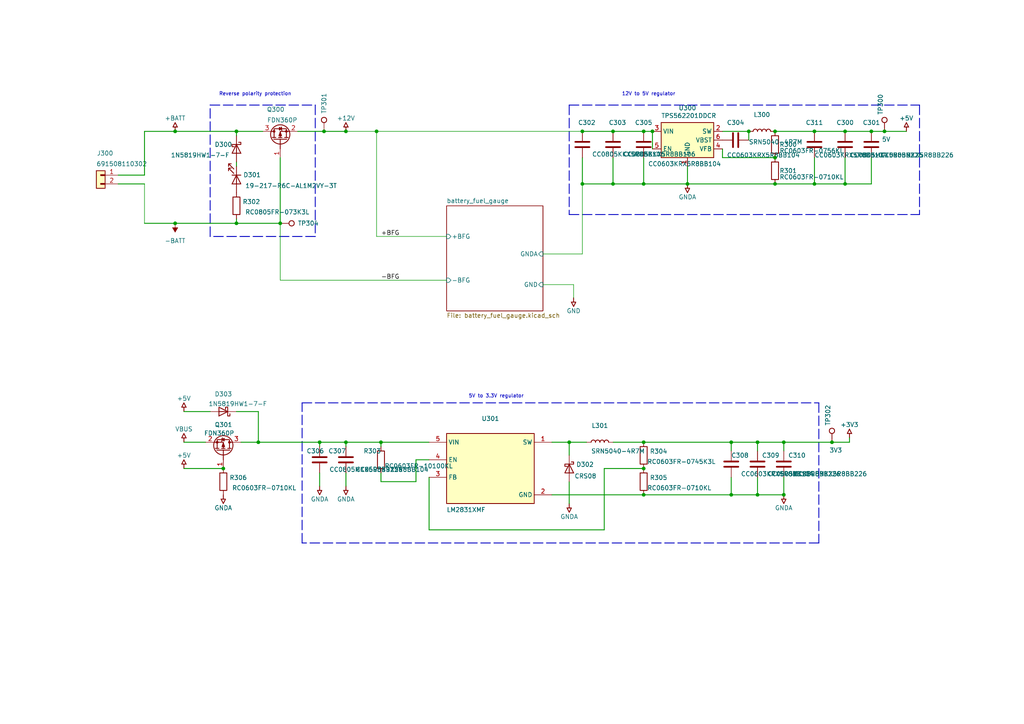
<source format=kicad_sch>
(kicad_sch (version 20211123) (generator eeschema)

  (uuid fe57d6c6-6a58-4e27-ae49-abe5c6360092)

  (paper "A4")

  (lib_symbols
    (symbol "main_board-altium-import:+12V" (power) (in_bom yes) (on_board yes)
      (property "Reference" "#PWR" (id 0) (at 0 0 0)
        (effects (font (size 1.27 1.27)))
      )
      (property "Value" "+12V" (id 1) (at 0 3.81 0)
        (effects (font (size 1.27 1.27)))
      )
      (property "Footprint" "" (id 2) (at 0 0 0)
        (effects (font (size 1.27 1.27)) hide)
      )
      (property "Datasheet" "" (id 3) (at 0 0 0)
        (effects (font (size 1.27 1.27)) hide)
      )
      (property "ki_keywords" "power-flag" (id 4) (at 0 0 0)
        (effects (font (size 1.27 1.27)) hide)
      )
      (property "ki_description" "Power symbol creates a global label with name '+12V'" (id 5) (at 0 0 0)
        (effects (font (size 1.27 1.27)) hide)
      )
      (symbol "+12V_0_0"
        (polyline
          (pts
            (xy 0 0)
            (xy 0 -1.27)
          )
          (stroke (width 0.254) (type default) (color 0 0 0 0))
          (fill (type none))
        )
        (polyline
          (pts
            (xy -0.635 -1.27)
            (xy 0.635 -1.27)
            (xy 0 -2.54)
            (xy -0.635 -1.27)
          )
          (stroke (width 0.254) (type default) (color 0 0 0 0))
          (fill (type none))
        )
        (pin power_in line (at 0 0 0) (length 0) hide
          (name "+12V" (effects (font (size 1.27 1.27))))
          (number "" (effects (font (size 1.27 1.27))))
        )
      )
    )
    (symbol "main_board-altium-import:+3V3" (power) (in_bom yes) (on_board yes)
      (property "Reference" "#PWR" (id 0) (at 0 0 0)
        (effects (font (size 1.27 1.27)))
      )
      (property "Value" "+3V3" (id 1) (at 0 3.81 0)
        (effects (font (size 1.27 1.27)))
      )
      (property "Footprint" "" (id 2) (at 0 0 0)
        (effects (font (size 1.27 1.27)) hide)
      )
      (property "Datasheet" "" (id 3) (at 0 0 0)
        (effects (font (size 1.27 1.27)) hide)
      )
      (property "ki_keywords" "power-flag" (id 4) (at 0 0 0)
        (effects (font (size 1.27 1.27)) hide)
      )
      (property "ki_description" "Power symbol creates a global label with name '+3V3'" (id 5) (at 0 0 0)
        (effects (font (size 1.27 1.27)) hide)
      )
      (symbol "+3V3_0_0"
        (polyline
          (pts
            (xy 0 0)
            (xy 0 -1.27)
          )
          (stroke (width 0.254) (type default) (color 0 0 0 0))
          (fill (type none))
        )
        (polyline
          (pts
            (xy -0.635 -1.27)
            (xy 0.635 -1.27)
            (xy 0 -2.54)
            (xy -0.635 -1.27)
          )
          (stroke (width 0.254) (type default) (color 0 0 0 0))
          (fill (type none))
        )
        (pin power_in line (at 0 0 0) (length 0) hide
          (name "+3V3" (effects (font (size 1.27 1.27))))
          (number "" (effects (font (size 1.27 1.27))))
        )
      )
    )
    (symbol "main_board-altium-import:+5V" (power) (in_bom yes) (on_board yes)
      (property "Reference" "#PWR" (id 0) (at 0 0 0)
        (effects (font (size 1.27 1.27)))
      )
      (property "Value" "+5V" (id 1) (at 0 3.81 0)
        (effects (font (size 1.27 1.27)))
      )
      (property "Footprint" "" (id 2) (at 0 0 0)
        (effects (font (size 1.27 1.27)) hide)
      )
      (property "Datasheet" "" (id 3) (at 0 0 0)
        (effects (font (size 1.27 1.27)) hide)
      )
      (property "ki_keywords" "power-flag" (id 4) (at 0 0 0)
        (effects (font (size 1.27 1.27)) hide)
      )
      (property "ki_description" "Power symbol creates a global label with name '+5V'" (id 5) (at 0 0 0)
        (effects (font (size 1.27 1.27)) hide)
      )
      (symbol "+5V_0_0"
        (polyline
          (pts
            (xy 0 0)
            (xy 0 -1.27)
          )
          (stroke (width 0.254) (type default) (color 0 0 0 0))
          (fill (type none))
        )
        (polyline
          (pts
            (xy -0.635 -1.27)
            (xy 0.635 -1.27)
            (xy 0 -2.54)
            (xy -0.635 -1.27)
          )
          (stroke (width 0.254) (type default) (color 0 0 0 0))
          (fill (type none))
        )
        (pin power_in line (at 0 0 0) (length 0) hide
          (name "+5V" (effects (font (size 1.27 1.27))))
          (number "" (effects (font (size 1.27 1.27))))
        )
      )
    )
    (symbol "main_board-altium-import:+BATT" (power) (in_bom yes) (on_board yes)
      (property "Reference" "#PWR" (id 0) (at 0 0 0)
        (effects (font (size 1.27 1.27)))
      )
      (property "Value" "+BATT" (id 1) (at 0 3.81 0)
        (effects (font (size 1.27 1.27)))
      )
      (property "Footprint" "" (id 2) (at 0 0 0)
        (effects (font (size 1.27 1.27)) hide)
      )
      (property "Datasheet" "" (id 3) (at 0 0 0)
        (effects (font (size 1.27 1.27)) hide)
      )
      (property "ki_keywords" "power-flag" (id 4) (at 0 0 0)
        (effects (font (size 1.27 1.27)) hide)
      )
      (property "ki_description" "Power symbol creates a global label with name '+BATT'" (id 5) (at 0 0 0)
        (effects (font (size 1.27 1.27)) hide)
      )
      (symbol "+BATT_0_0"
        (polyline
          (pts
            (xy 0 0)
            (xy 0 -1.27)
          )
          (stroke (width 0.254) (type default) (color 0 0 0 0))
          (fill (type none))
        )
        (polyline
          (pts
            (xy -0.635 -1.27)
            (xy 0.635 -1.27)
            (xy 0 -2.54)
            (xy -0.635 -1.27)
          )
          (stroke (width 0.254) (type default) (color 0 0 0 0))
          (fill (type none))
        )
        (pin power_in line (at 0 0 0) (length 0) hide
          (name "+BATT" (effects (font (size 1.27 1.27))))
          (number "" (effects (font (size 1.27 1.27))))
        )
      )
    )
    (symbol "main_board-altium-import:0_C" (in_bom yes) (on_board yes)
      (property "Reference" "" (id 0) (at 0 0 0)
        (effects (font (size 1.27 1.27)))
      )
      (property "Value" "0_C" (id 1) (at 0 0 0)
        (effects (font (size 1.27 1.27)))
      )
      (property "Footprint" "" (id 2) (at 0 0 0)
        (effects (font (size 1.27 1.27)) hide)
      )
      (property "Datasheet" "" (id 3) (at 0 0 0)
        (effects (font (size 1.27 1.27)) hide)
      )
      (property "ki_fp_filters" "CAPC1608X80N" (id 4) (at 0 0 0)
        (effects (font (size 1.27 1.27)) hide)
      )
      (symbol "0_C_1_0"
        (polyline
          (pts
            (xy -2.032 -0.762)
            (xy 2.032 -0.762)
          )
          (stroke (width 0.508) (type default) (color 0 0 0 0))
          (fill (type none))
        )
        (polyline
          (pts
            (xy -2.032 0.762)
            (xy 2.032 0.762)
          )
          (stroke (width 0.508) (type default) (color 0 0 0 0))
          (fill (type none))
        )
        (pin passive line (at 0 3.81 270) (length 2.794)
          (name "1" (effects (font (size 0 0))))
          (number "1" (effects (font (size 0 0))))
        )
        (pin passive line (at 0 -3.81 90) (length 2.794)
          (name "2" (effects (font (size 0 0))))
          (number "2" (effects (font (size 0 0))))
        )
      )
    )
    (symbol "main_board-altium-import:0_LM2831XMF" (in_bom yes) (on_board yes)
      (property "Reference" "" (id 0) (at 0 0 0)
        (effects (font (size 1.27 1.27)))
      )
      (property "Value" "0_LM2831XMF" (id 1) (at 0 0 0)
        (effects (font (size 1.27 1.27)))
      )
      (property "Footprint" "" (id 2) (at 0 0 0)
        (effects (font (size 1.27 1.27)) hide)
      )
      (property "Datasheet" "" (id 3) (at 0 0 0)
        (effects (font (size 1.27 1.27)) hide)
      )
      (property "ki_fp_filters" "SOT95P279X142-12345-5N" (id 4) (at 0 0 0)
        (effects (font (size 1.27 1.27)) hide)
      )
      (symbol "0_LM2831XMF_1_0"
        (rectangle (start 12.7 10.16) (end -12.7 -10.16)
          (stroke (width 0.254) (type default) (color 0 0 0 0))
          (fill (type background))
        )
        (pin passive line (at 17.78 7.62 180) (length 5.08)
          (name "SW" (effects (font (size 1.27 1.27))))
          (number "1" (effects (font (size 1.27 1.27))))
        )
        (pin passive line (at 17.78 -7.62 180) (length 5.08)
          (name "GND" (effects (font (size 1.27 1.27))))
          (number "2" (effects (font (size 1.27 1.27))))
        )
        (pin passive line (at -17.78 -2.54 0) (length 5.08)
          (name "FB" (effects (font (size 1.27 1.27))))
          (number "3" (effects (font (size 1.27 1.27))))
        )
        (pin passive line (at -17.78 2.54 0) (length 5.08)
          (name "EN" (effects (font (size 1.27 1.27))))
          (number "4" (effects (font (size 1.27 1.27))))
        )
        (pin passive line (at -17.78 7.62 0) (length 5.08)
          (name "VIN" (effects (font (size 1.27 1.27))))
          (number "5" (effects (font (size 1.27 1.27))))
        )
      )
    )
    (symbol "main_board-altium-import:0_R" (in_bom yes) (on_board yes)
      (property "Reference" "" (id 0) (at 0 0 0)
        (effects (font (size 1.27 1.27)))
      )
      (property "Value" "0_R" (id 1) (at 0 0 0)
        (effects (font (size 1.27 1.27)))
      )
      (property "Footprint" "" (id 2) (at 0 0 0)
        (effects (font (size 1.27 1.27)) hide)
      )
      (property "Datasheet" "" (id 3) (at 0 0 0)
        (effects (font (size 1.27 1.27)) hide)
      )
      (property "ki_fp_filters" "RESC1608X50N" (id 4) (at 0 0 0)
        (effects (font (size 1.27 1.27)) hide)
      )
      (symbol "0_R_1_0"
        (rectangle (start 1.016 2.54) (end -1.016 -2.54)
          (stroke (width 0.254) (type default) (color 0 0 0 0))
          (fill (type none))
        )
        (pin passive line (at 0 3.81 270) (length 1.27)
          (name "1" (effects (font (size 0 0))))
          (number "1" (effects (font (size 0 0))))
        )
        (pin passive line (at 0 -3.81 90) (length 1.27)
          (name "2" (effects (font (size 0 0))))
          (number "2" (effects (font (size 0 0))))
        )
      )
    )
    (symbol "main_board-altium-import:0_TPS562200" (in_bom yes) (on_board yes)
      (property "Reference" "" (id 0) (at 0 0 0)
        (effects (font (size 1.27 1.27)))
      )
      (property "Value" "0_TPS562200" (id 1) (at 0 0 0)
        (effects (font (size 1.27 1.27)))
      )
      (property "Footprint" "" (id 2) (at 0 0 0)
        (effects (font (size 1.27 1.27)) hide)
      )
      (property "Datasheet" "" (id 3) (at 0 0 0)
        (effects (font (size 1.27 1.27)) hide)
      )
      (property "ki_fp_filters" "SOT95P305X110-6N" (id 4) (at 0 0 0)
        (effects (font (size 1.27 1.27)) hide)
      )
      (symbol "0_TPS562200_1_0"
        (rectangle (start 7.62 5.08) (end -7.62 -5.08)
          (stroke (width 0.254) (type default) (color 0 0 0 0))
          (fill (type background))
        )
        (pin passive line (at 0 -7.62 90) (length 2.54)
          (name "GND" (effects (font (size 1.27 1.27))))
          (number "1" (effects (font (size 1.27 1.27))))
        )
        (pin passive line (at 10.16 2.54 180) (length 2.54)
          (name "SW" (effects (font (size 1.27 1.27))))
          (number "2" (effects (font (size 1.27 1.27))))
        )
        (pin passive line (at -10.16 2.54 0) (length 2.54)
          (name "VIN" (effects (font (size 1.27 1.27))))
          (number "3" (effects (font (size 1.27 1.27))))
        )
        (pin passive line (at 10.16 -2.54 180) (length 2.54)
          (name "VFB" (effects (font (size 1.27 1.27))))
          (number "4" (effects (font (size 1.27 1.27))))
        )
        (pin passive line (at -10.16 -2.54 0) (length 2.54)
          (name "EN" (effects (font (size 1.27 1.27))))
          (number "5" (effects (font (size 1.27 1.27))))
        )
        (pin passive line (at 10.16 0 180) (length 2.54)
          (name "VBST" (effects (font (size 1.27 1.27))))
          (number "6" (effects (font (size 1.27 1.27))))
        )
      )
    )
    (symbol "main_board-altium-import:0_TestPoint" (in_bom yes) (on_board yes)
      (property "Reference" "" (id 0) (at 0 0 0)
        (effects (font (size 1.27 1.27)))
      )
      (property "Value" "0_TestPoint" (id 1) (at 0 0 0)
        (effects (font (size 1.27 1.27)))
      )
      (property "Footprint" "" (id 2) (at 0 0 0)
        (effects (font (size 1.27 1.27)) hide)
      )
      (property "Datasheet" "" (id 3) (at 0 0 0)
        (effects (font (size 1.27 1.27)) hide)
      )
      (property "ki_fp_filters" "TP150" (id 4) (at 0 0 0)
        (effects (font (size 1.27 1.27)) hide)
      )
      (symbol "0_TestPoint_1_0"
        (circle (center 0 3.302) (radius 0.762)
          (stroke (width 0.254) (type default) (color 0 0 0 0))
          (fill (type none))
        )
        (pin passive line (at 0 0 90) (length 2.54)
          (name "1" (effects (font (size 0 0))))
          (number "1" (effects (font (size 0 0))))
        )
      )
    )
    (symbol "main_board-altium-import:0_mirrored_Conn_01x02" (in_bom yes) (on_board yes)
      (property "Reference" "" (id 0) (at 0 0 0)
        (effects (font (size 1.27 1.27)))
      )
      (property "Value" "0_mirrored_Conn_01x02" (id 1) (at 0 0 0)
        (effects (font (size 1.27 1.27)))
      )
      (property "Footprint" "" (id 2) (at 0 0 0)
        (effects (font (size 1.27 1.27)) hide)
      )
      (property "Datasheet" "" (id 3) (at 0 0 0)
        (effects (font (size 1.27 1.27)) hide)
      )
      (property "ki_fp_filters" "con_691508110302_sm" (id 4) (at 0 0 0)
        (effects (font (size 1.27 1.27)) hide)
      )
      (symbol "0_mirrored_Conn_01x02_1_0"
        (rectangle (start 1.27 -2.413) (end 0 -2.667)
          (stroke (width 0.254) (type default) (color 0 0 0 0))
          (fill (type none))
        )
        (rectangle (start 1.27 0.127) (end 0 -0.127)
          (stroke (width 0.254) (type default) (color 0 0 0 0))
          (fill (type none))
        )
        (rectangle (start 1.27 1.27) (end -1.27 -3.81)
          (stroke (width 0.254) (type default) (color 0 0 0 0))
          (fill (type background))
        )
        (pin passive line (at 5.08 0 180) (length 3.81)
          (name "Pin_1" (effects (font (size 0 0))))
          (number "1" (effects (font (size 1.27 1.27))))
        )
        (pin passive line (at 5.08 -2.54 180) (length 3.81)
          (name "Pin_2" (effects (font (size 0 0))))
          (number "2" (effects (font (size 1.27 1.27))))
        )
      )
    )
    (symbol "main_board-altium-import:1_L" (in_bom yes) (on_board yes)
      (property "Reference" "" (id 0) (at 0 0 0)
        (effects (font (size 1.27 1.27)))
      )
      (property "Value" "1_L" (id 1) (at 0 0 0)
        (effects (font (size 1.27 1.27)))
      )
      (property "Footprint" "" (id 2) (at 0 0 0)
        (effects (font (size 1.27 1.27)) hide)
      )
      (property "Datasheet" "" (id 3) (at 0 0 0)
        (effects (font (size 1.27 1.27)) hide)
      )
      (property "ki_fp_filters" "IND_SRN5040-4R7M_SM" (id 4) (at 0 0 0)
        (effects (font (size 1.27 1.27)) hide)
      )
      (symbol "1_L_1_0"
        (arc (start -1.27 0.0011) (mid -1.905 0.635) (end -2.54 0.0011)
          (stroke (width 0.254) (type default) (color 0 0 0 0))
          (fill (type none))
        )
        (arc (start 0 0.0011) (mid -0.635 0.635) (end -1.27 0.0011)
          (stroke (width 0.254) (type default) (color 0 0 0 0))
          (fill (type none))
        )
        (arc (start 1.27 0.0011) (mid 0.635 0.635) (end 0 0.0011)
          (stroke (width 0.254) (type default) (color 0 0 0 0))
          (fill (type none))
        )
        (arc (start 2.54 0.0011) (mid 1.905 0.635) (end 1.27 0.0011)
          (stroke (width 0.254) (type default) (color 0 0 0 0))
          (fill (type none))
        )
        (pin passive line (at -3.81 0 0) (length 1.27)
          (name "1" (effects (font (size 0 0))))
          (number "1" (effects (font (size 0 0))))
        )
        (pin passive line (at 3.81 0 180) (length 1.27)
          (name "2" (effects (font (size 0 0))))
          (number "2" (effects (font (size 0 0))))
        )
      )
    )
    (symbol "main_board-altium-import:1_Q_PMOS_GSD" (in_bom yes) (on_board yes)
      (property "Reference" "" (id 0) (at 0 0 0)
        (effects (font (size 1.27 1.27)))
      )
      (property "Value" "1_Q_PMOS_GSD" (id 1) (at 0 0 0)
        (effects (font (size 1.27 1.27)))
      )
      (property "Footprint" "" (id 2) (at 0 0 0)
        (effects (font (size 1.27 1.27)) hide)
      )
      (property "Datasheet" "" (id 3) (at 0 0 0)
        (effects (font (size 1.27 1.27)) hide)
      )
      (property "ki_fp_filters" "SOT95P240X110_123_SUPER-3N" (id 4) (at 0 0 0)
        (effects (font (size 1.27 1.27)) hide)
      )
      (symbol "1_Q_PMOS_GSD_1_0"
        (circle (center -1.778 2.54) (radius 0.254)
          (stroke (width 0.254) (type default) (color 0 0 0 0))
          (fill (type none))
        )
        (polyline
          (pts
            (xy -2.54 2.54)
            (xy -1.778 2.54)
          )
          (stroke (width 0.254) (type default) (color 0 0 0 0))
          (fill (type none))
        )
        (polyline
          (pts
            (xy -2.286 0.762)
            (xy -1.27 0.762)
          )
          (stroke (width 0.254) (type default) (color 0 0 0 0))
          (fill (type none))
        )
        (polyline
          (pts
            (xy -1.905 0.254)
            (xy 1.905 0.254)
          )
          (stroke (width 0.254) (type default) (color 0 0 0 0))
          (fill (type none))
        )
        (polyline
          (pts
            (xy -0.508 0.762)
            (xy 0.508 0.762)
          )
          (stroke (width 0.254) (type default) (color 0 0 0 0))
          (fill (type none))
        )
        (polyline
          (pts
            (xy 0 0.254)
            (xy 0 -2.54)
          )
          (stroke (width 0.254) (type default) (color 0 0 0 0))
          (fill (type none))
        )
        (polyline
          (pts
            (xy 1.27 0.762)
            (xy 2.286 0.762)
          )
          (stroke (width 0.254) (type default) (color 0 0 0 0))
          (fill (type none))
        )
        (polyline
          (pts
            (xy 2.54 2.54)
            (xy 0 2.54)
            (xy 0 0.762)
          )
          (stroke (width 0.254) (type default) (color 0 0 0 0))
          (fill (type none))
        )
        (polyline
          (pts
            (xy -1.778 0.762)
            (xy -1.778 3.302)
            (xy 1.778 3.302)
            (xy 1.778 0.762)
          )
          (stroke (width 0.254) (type default) (color 0 0 0 0))
          (fill (type none))
        )
        (polyline
          (pts
            (xy 0.381 3.302)
            (xy -0.254 2.921)
            (xy -0.254 3.683)
            (xy 0.381 3.302)
          )
          (stroke (width 0.254) (type default) (color 0 0 0 0))
          (fill (type none))
        )
        (polyline
          (pts
            (xy 0.508 2.794)
            (xy 0.381 2.921)
            (xy 0.381 3.683)
            (xy 0.254 3.81)
          )
          (stroke (width 0.254) (type default) (color 0 0 0 0))
          (fill (type none))
        )
        (polyline
          (pts
            (xy 0 2.286)
            (xy -0.381 1.27)
            (xy 0.381 1.27)
            (xy 0 2.286)
            (xy 0 2.286)
          )
          (stroke (width 0.254) (type default) (color 0 0 0 0))
          (fill (type outline))
        )
        (circle (center 0 1.651) (radius 2.794)
          (stroke (width 0.254) (type default) (color 0 0 0 0))
          (fill (type none))
        )
        (circle (center 1.778 2.54) (radius 0.254)
          (stroke (width 0.254) (type default) (color 0 0 0 0))
          (fill (type none))
        )
        (pin passive line (at 0 -5.08 90) (length 2.54)
          (name "G" (effects (font (size 0 0))))
          (number "1" (effects (font (size 1.27 1.27))))
        )
        (pin passive line (at 5.08 2.54 180) (length 2.54)
          (name "S" (effects (font (size 0 0))))
          (number "2" (effects (font (size 1.27 1.27))))
        )
        (pin passive line (at -5.08 2.54 0) (length 2.54)
          (name "D" (effects (font (size 0 0))))
          (number "3" (effects (font (size 1.27 1.27))))
        )
      )
    )
    (symbol "main_board-altium-import:1_mirrored_Q_PMOS_GSD" (in_bom yes) (on_board yes)
      (property "Reference" "" (id 0) (at 0 0 0)
        (effects (font (size 1.27 1.27)))
      )
      (property "Value" "1_mirrored_Q_PMOS_GSD" (id 1) (at 0 0 0)
        (effects (font (size 1.27 1.27)))
      )
      (property "Footprint" "" (id 2) (at 0 0 0)
        (effects (font (size 1.27 1.27)) hide)
      )
      (property "Datasheet" "" (id 3) (at 0 0 0)
        (effects (font (size 1.27 1.27)) hide)
      )
      (property "ki_fp_filters" "SOT95P240X110_123_SUPER-3N" (id 4) (at 0 0 0)
        (effects (font (size 1.27 1.27)) hide)
      )
      (symbol "1_mirrored_Q_PMOS_GSD_1_0"
        (circle (center -1.778 2.54) (radius 0.254)
          (stroke (width 0.254) (type default) (color 0 0 0 0))
          (fill (type none))
        )
        (polyline
          (pts
            (xy -1.27 0.762)
            (xy -2.286 0.762)
          )
          (stroke (width 0.254) (type default) (color 0 0 0 0))
          (fill (type none))
        )
        (polyline
          (pts
            (xy 0 0.254)
            (xy 0 -2.54)
          )
          (stroke (width 0.254) (type default) (color 0 0 0 0))
          (fill (type none))
        )
        (polyline
          (pts
            (xy 0.508 0.762)
            (xy -0.508 0.762)
          )
          (stroke (width 0.254) (type default) (color 0 0 0 0))
          (fill (type none))
        )
        (polyline
          (pts
            (xy 1.905 0.254)
            (xy -1.905 0.254)
          )
          (stroke (width 0.254) (type default) (color 0 0 0 0))
          (fill (type none))
        )
        (polyline
          (pts
            (xy 2.286 0.762)
            (xy 1.27 0.762)
          )
          (stroke (width 0.254) (type default) (color 0 0 0 0))
          (fill (type none))
        )
        (polyline
          (pts
            (xy 2.54 2.54)
            (xy 1.778 2.54)
          )
          (stroke (width 0.254) (type default) (color 0 0 0 0))
          (fill (type none))
        )
        (polyline
          (pts
            (xy -2.54 2.54)
            (xy 0 2.54)
            (xy 0 0.762)
          )
          (stroke (width 0.254) (type default) (color 0 0 0 0))
          (fill (type none))
        )
        (polyline
          (pts
            (xy -0.508 2.794)
            (xy -0.381 2.921)
            (xy -0.381 3.683)
            (xy -0.254 3.81)
          )
          (stroke (width 0.254) (type default) (color 0 0 0 0))
          (fill (type none))
        )
        (polyline
          (pts
            (xy -0.381 3.302)
            (xy 0.254 2.921)
            (xy 0.254 3.683)
            (xy -0.381 3.302)
          )
          (stroke (width 0.254) (type default) (color 0 0 0 0))
          (fill (type none))
        )
        (polyline
          (pts
            (xy 1.778 0.762)
            (xy 1.778 3.302)
            (xy -1.778 3.302)
            (xy -1.778 0.762)
          )
          (stroke (width 0.254) (type default) (color 0 0 0 0))
          (fill (type none))
        )
        (polyline
          (pts
            (xy 0 2.286)
            (xy 0.381 1.27)
            (xy -0.381 1.27)
            (xy 0 2.286)
            (xy 0 2.286)
          )
          (stroke (width 0.254) (type default) (color 0 0 0 0))
          (fill (type outline))
        )
        (circle (center 0 1.651) (radius 2.794)
          (stroke (width 0.254) (type default) (color 0 0 0 0))
          (fill (type none))
        )
        (circle (center 1.778 2.54) (radius 0.254)
          (stroke (width 0.254) (type default) (color 0 0 0 0))
          (fill (type none))
        )
        (pin passive line (at 0 -5.08 90) (length 2.54)
          (name "G" (effects (font (size 0 0))))
          (number "1" (effects (font (size 1.27 1.27))))
        )
        (pin passive line (at -5.08 2.54 0) (length 2.54)
          (name "S" (effects (font (size 0 0))))
          (number "2" (effects (font (size 1.27 1.27))))
        )
        (pin passive line (at 5.08 2.54 180) (length 2.54)
          (name "D" (effects (font (size 0 0))))
          (number "3" (effects (font (size 1.27 1.27))))
        )
      )
    )
    (symbol "main_board-altium-import:2_1N5819" (in_bom yes) (on_board yes)
      (property "Reference" "" (id 0) (at 0 0 0)
        (effects (font (size 1.27 1.27)))
      )
      (property "Value" "2_1N5819" (id 1) (at 0 0 0)
        (effects (font (size 1.27 1.27)))
      )
      (property "Footprint" "" (id 2) (at 0 0 0)
        (effects (font (size 1.27 1.27)) hide)
      )
      (property "Datasheet" "" (id 3) (at 0 0 0)
        (effects (font (size 1.27 1.27)) hide)
      )
      (property "ki_fp_filters" "SODFL3700X115N" (id 4) (at 0 0 0)
        (effects (font (size 1.27 1.27)) hide)
      )
      (symbol "2_1N5819_1_0"
        (polyline
          (pts
            (xy -1.27 0)
            (xy 1.27 0)
          )
          (stroke (width 0.254) (type default) (color 0 0 0 0))
          (fill (type none))
        )
        (polyline
          (pts
            (xy -1.27 -1.27)
            (xy -1.27 1.27)
            (xy 1.27 0)
            (xy -1.27 -1.27)
          )
          (stroke (width 0.254) (type default) (color 0 0 0 0))
          (fill (type none))
        )
        (polyline
          (pts
            (xy 1.905 -0.635)
            (xy 1.905 -1.27)
            (xy 1.27 -1.27)
            (xy 1.27 1.27)
            (xy 0.635 1.27)
            (xy 0.635 0.635)
          )
          (stroke (width 0.254) (type default) (color 0 0 0 0))
          (fill (type none))
        )
        (pin passive line (at -3.81 0 0) (length 2.54)
          (name "A" (effects (font (size 0 0))))
          (number "A" (effects (font (size 0 0))))
        )
        (pin passive line (at 3.81 0 180) (length 2.54)
          (name "K" (effects (font (size 0 0))))
          (number "K" (effects (font (size 0 0))))
        )
      )
    )
    (symbol "main_board-altium-import:2_R" (in_bom yes) (on_board yes)
      (property "Reference" "" (id 0) (at 0 0 0)
        (effects (font (size 1.27 1.27)))
      )
      (property "Value" "2_R" (id 1) (at 0 0 0)
        (effects (font (size 1.27 1.27)))
      )
      (property "Footprint" "" (id 2) (at 0 0 0)
        (effects (font (size 1.27 1.27)) hide)
      )
      (property "Datasheet" "" (id 3) (at 0 0 0)
        (effects (font (size 1.27 1.27)) hide)
      )
      (property "ki_fp_filters" "RESC1608X50N" (id 4) (at 0 0 0)
        (effects (font (size 1.27 1.27)) hide)
      )
      (symbol "2_R_1_0"
        (rectangle (start 1.016 2.54) (end -1.016 -2.54)
          (stroke (width 0.254) (type default) (color 0 0 0 0))
          (fill (type none))
        )
        (pin passive line (at 0 -3.81 90) (length 1.27)
          (name "1" (effects (font (size 0 0))))
          (number "1" (effects (font (size 0 0))))
        )
        (pin passive line (at 0 3.81 270) (length 1.27)
          (name "2" (effects (font (size 0 0))))
          (number "2" (effects (font (size 0 0))))
        )
      )
    )
    (symbol "main_board-altium-import:3_1N5819" (in_bom yes) (on_board yes)
      (property "Reference" "" (id 0) (at 0 0 0)
        (effects (font (size 1.27 1.27)))
      )
      (property "Value" "3_1N5819" (id 1) (at 0 0 0)
        (effects (font (size 1.27 1.27)))
      )
      (property "Footprint" "" (id 2) (at 0 0 0)
        (effects (font (size 1.27 1.27)) hide)
      )
      (property "Datasheet" "" (id 3) (at 0 0 0)
        (effects (font (size 1.27 1.27)) hide)
      )
      (property "ki_fp_filters" "SODFL3700X115N" (id 4) (at 0 0 0)
        (effects (font (size 1.27 1.27)) hide)
      )
      (symbol "3_1N5819_1_0"
        (polyline
          (pts
            (xy 0 -1.27)
            (xy 0 1.27)
          )
          (stroke (width 0.254) (type default) (color 0 0 0 0))
          (fill (type none))
        )
        (polyline
          (pts
            (xy 1.27 -1.27)
            (xy -1.27 -1.27)
            (xy 0 1.27)
            (xy 1.27 -1.27)
          )
          (stroke (width 0.254) (type default) (color 0 0 0 0))
          (fill (type none))
        )
        (polyline
          (pts
            (xy 0.635 1.905)
            (xy 1.27 1.905)
            (xy 1.27 1.27)
            (xy -1.27 1.27)
            (xy -1.27 0.635)
            (xy -0.635 0.635)
          )
          (stroke (width 0.254) (type default) (color 0 0 0 0))
          (fill (type none))
        )
        (pin passive line (at 0 -3.81 90) (length 2.54)
          (name "A" (effects (font (size 0 0))))
          (number "A" (effects (font (size 0 0))))
        )
        (pin passive line (at 0 3.81 270) (length 2.54)
          (name "K" (effects (font (size 0 0))))
          (number "K" (effects (font (size 0 0))))
        )
      )
    )
    (symbol "main_board-altium-import:3_C" (in_bom yes) (on_board yes)
      (property "Reference" "" (id 0) (at 0 0 0)
        (effects (font (size 1.27 1.27)))
      )
      (property "Value" "3_C" (id 1) (at 0 0 0)
        (effects (font (size 1.27 1.27)))
      )
      (property "Footprint" "" (id 2) (at 0 0 0)
        (effects (font (size 1.27 1.27)) hide)
      )
      (property "Datasheet" "" (id 3) (at 0 0 0)
        (effects (font (size 1.27 1.27)) hide)
      )
      (property "ki_fp_filters" "CAPC1608X80N" (id 4) (at 0 0 0)
        (effects (font (size 1.27 1.27)) hide)
      )
      (symbol "3_C_1_0"
        (polyline
          (pts
            (xy -0.762 2.032)
            (xy -0.762 -2.032)
          )
          (stroke (width 0.508) (type default) (color 0 0 0 0))
          (fill (type none))
        )
        (polyline
          (pts
            (xy 0.762 2.032)
            (xy 0.762 -2.032)
          )
          (stroke (width 0.508) (type default) (color 0 0 0 0))
          (fill (type none))
        )
        (pin passive line (at 3.81 0 180) (length 2.794)
          (name "1" (effects (font (size 0 0))))
          (number "1" (effects (font (size 0 0))))
        )
        (pin passive line (at -3.81 0 0) (length 2.794)
          (name "2" (effects (font (size 0 0))))
          (number "2" (effects (font (size 0 0))))
        )
      )
    )
    (symbol "main_board-altium-import:3_D_Schottky" (in_bom yes) (on_board yes)
      (property "Reference" "" (id 0) (at 0 0 0)
        (effects (font (size 1.27 1.27)))
      )
      (property "Value" "3_D_Schottky" (id 1) (at 0 0 0)
        (effects (font (size 1.27 1.27)))
      )
      (property "Footprint" "" (id 2) (at 0 0 0)
        (effects (font (size 1.27 1.27)) hide)
      )
      (property "Datasheet" "" (id 3) (at 0 0 0)
        (effects (font (size 1.27 1.27)) hide)
      )
      (property "ki_fp_filters" "SODFL3500X98N" (id 4) (at 0 0 0)
        (effects (font (size 1.27 1.27)) hide)
      )
      (symbol "3_D_Schottky_1_0"
        (polyline
          (pts
            (xy 0 -1.27)
            (xy 0 1.27)
          )
          (stroke (width 0.254) (type default) (color 0 0 0 0))
          (fill (type none))
        )
        (polyline
          (pts
            (xy 1.27 -1.27)
            (xy -1.27 -1.27)
            (xy 0 1.27)
            (xy 1.27 -1.27)
          )
          (stroke (width 0.254) (type default) (color 0 0 0 0))
          (fill (type none))
        )
        (polyline
          (pts
            (xy 0.635 1.905)
            (xy 1.27 1.905)
            (xy 1.27 1.27)
            (xy -1.27 1.27)
            (xy -1.27 0.635)
            (xy -0.635 0.635)
          )
          (stroke (width 0.254) (type default) (color 0 0 0 0))
          (fill (type none))
        )
        (pin passive line (at 0 -3.81 90) (length 2.54)
          (name "A" (effects (font (size 0 0))))
          (number "A" (effects (font (size 0 0))))
        )
        (pin passive line (at 0 3.81 270) (length 2.54)
          (name "K" (effects (font (size 0 0))))
          (number "K" (effects (font (size 0 0))))
        )
      )
    )
    (symbol "main_board-altium-import:3_LED" (in_bom yes) (on_board yes)
      (property "Reference" "" (id 0) (at 0 0 0)
        (effects (font (size 1.27 1.27)))
      )
      (property "Value" "3_LED" (id 1) (at 0 0 0)
        (effects (font (size 1.27 1.27)))
      )
      (property "Footprint" "" (id 2) (at 0 0 0)
        (effects (font (size 1.27 1.27)) hide)
      )
      (property "Datasheet" "" (id 3) (at 0 0 0)
        (effects (font (size 1.27 1.27)) hide)
      )
      (property "ki_fp_filters" "LED_19-217{brace}slash}B7C-ZL2N1B3X{brace}slash}3T_SM" (id 4) (at 0 0 0)
        (effects (font (size 1.27 1.27)) hide)
      )
      (symbol "3_LED_1_0"
        (polyline
          (pts
            (xy -1.27 1.27)
            (xy 1.27 1.27)
          )
          (stroke (width 0.254) (type default) (color 0 0 0 0))
          (fill (type none))
        )
        (polyline
          (pts
            (xy 0 1.27)
            (xy 0 -1.27)
          )
          (stroke (width 0.254) (type default) (color 0 0 0 0))
          (fill (type none))
        )
        (polyline
          (pts
            (xy -1.27 -1.27)
            (xy 1.27 -1.27)
            (xy 0 1.27)
            (xy -1.27 -1.27)
          )
          (stroke (width 0.254) (type default) (color 0 0 0 0))
          (fill (type none))
        )
        (polyline
          (pts
            (xy -0.762 1.778)
            (xy -2.286 3.302)
            (xy -2.286 2.54)
            (xy -2.286 3.302)
            (xy -1.524 3.302)
          )
          (stroke (width 0.254) (type default) (color 0 0 0 0))
          (fill (type none))
        )
        (polyline
          (pts
            (xy -0.762 3.048)
            (xy -2.286 4.572)
            (xy -2.286 3.81)
            (xy -2.286 4.572)
            (xy -1.524 4.572)
          )
          (stroke (width 0.254) (type default) (color 0 0 0 0))
          (fill (type none))
        )
        (pin passive line (at 0 -3.81 90) (length 2.54)
          (name "A" (effects (font (size 0 0))))
          (number "A" (effects (font (size 0 0))))
        )
        (pin passive line (at 0 3.81 270) (length 2.54)
          (name "K" (effects (font (size 0 0))))
          (number "K" (effects (font (size 0 0))))
        )
      )
    )
    (symbol "main_board-altium-import:3_TestPoint" (in_bom yes) (on_board yes)
      (property "Reference" "" (id 0) (at 0 0 0)
        (effects (font (size 1.27 1.27)))
      )
      (property "Value" "3_TestPoint" (id 1) (at 0 0 0)
        (effects (font (size 1.27 1.27)))
      )
      (property "Footprint" "" (id 2) (at 0 0 0)
        (effects (font (size 1.27 1.27)) hide)
      )
      (property "Datasheet" "" (id 3) (at 0 0 0)
        (effects (font (size 1.27 1.27)) hide)
      )
      (property "ki_fp_filters" "TP150" (id 4) (at 0 0 0)
        (effects (font (size 1.27 1.27)) hide)
      )
      (symbol "3_TestPoint_1_0"
        (circle (center 3.302 0) (radius 0.762)
          (stroke (width 0.254) (type default) (color 0 0 0 0))
          (fill (type none))
        )
        (pin passive line (at 0 0 0) (length 2.54)
          (name "1" (effects (font (size 0 0))))
          (number "1" (effects (font (size 0 0))))
        )
      )
    )
    (symbol "main_board-altium-import:GND" (power) (in_bom yes) (on_board yes)
      (property "Reference" "#PWR" (id 0) (at 0 0 0)
        (effects (font (size 1.27 1.27)))
      )
      (property "Value" "GND" (id 1) (at 0 3.81 0)
        (effects (font (size 1.27 1.27)))
      )
      (property "Footprint" "" (id 2) (at 0 0 0)
        (effects (font (size 1.27 1.27)) hide)
      )
      (property "Datasheet" "" (id 3) (at 0 0 0)
        (effects (font (size 1.27 1.27)) hide)
      )
      (property "ki_keywords" "power-flag" (id 4) (at 0 0 0)
        (effects (font (size 1.27 1.27)) hide)
      )
      (property "ki_description" "Power symbol creates a global label with name 'GND'" (id 5) (at 0 0 0)
        (effects (font (size 1.27 1.27)) hide)
      )
      (symbol "GND_0_0"
        (polyline
          (pts
            (xy 0 0)
            (xy 0 -1.27)
          )
          (stroke (width 0.254) (type default) (color 0 0 0 0))
          (fill (type none))
        )
        (polyline
          (pts
            (xy -0.635 -1.27)
            (xy 0.635 -1.27)
            (xy 0 -2.54)
            (xy -0.635 -1.27)
          )
          (stroke (width 0.254) (type default) (color 0 0 0 0))
          (fill (type none))
        )
        (pin power_in line (at 0 0 0) (length 0) hide
          (name "GND" (effects (font (size 1.27 1.27))))
          (number "" (effects (font (size 1.27 1.27))))
        )
      )
    )
    (symbol "main_board-altium-import:GNDA" (power) (in_bom yes) (on_board yes)
      (property "Reference" "#PWR" (id 0) (at 0 0 0)
        (effects (font (size 1.27 1.27)))
      )
      (property "Value" "GNDA" (id 1) (at 0 3.81 0)
        (effects (font (size 1.27 1.27)))
      )
      (property "Footprint" "" (id 2) (at 0 0 0)
        (effects (font (size 1.27 1.27)) hide)
      )
      (property "Datasheet" "" (id 3) (at 0 0 0)
        (effects (font (size 1.27 1.27)) hide)
      )
      (property "ki_keywords" "power-flag" (id 4) (at 0 0 0)
        (effects (font (size 1.27 1.27)) hide)
      )
      (property "ki_description" "Power symbol creates a global label with name 'GNDA'" (id 5) (at 0 0 0)
        (effects (font (size 1.27 1.27)) hide)
      )
      (symbol "GNDA_0_0"
        (polyline
          (pts
            (xy 0 0)
            (xy 0 -1.27)
          )
          (stroke (width 0.254) (type default) (color 0 0 0 0))
          (fill (type none))
        )
        (polyline
          (pts
            (xy -0.635 -1.27)
            (xy 0.635 -1.27)
            (xy 0 -2.54)
            (xy -0.635 -1.27)
          )
          (stroke (width 0.254) (type default) (color 0 0 0 0))
          (fill (type none))
        )
        (pin power_in line (at 0 0 0) (length 0) hide
          (name "GNDA" (effects (font (size 1.27 1.27))))
          (number "" (effects (font (size 1.27 1.27))))
        )
      )
    )
    (symbol "main_board-altium-import:VBUS" (power) (in_bom yes) (on_board yes)
      (property "Reference" "#PWR" (id 0) (at 0 0 0)
        (effects (font (size 1.27 1.27)))
      )
      (property "Value" "VBUS" (id 1) (at 0 3.81 0)
        (effects (font (size 1.27 1.27)))
      )
      (property "Footprint" "" (id 2) (at 0 0 0)
        (effects (font (size 1.27 1.27)) hide)
      )
      (property "Datasheet" "" (id 3) (at 0 0 0)
        (effects (font (size 1.27 1.27)) hide)
      )
      (property "ki_keywords" "power-flag" (id 4) (at 0 0 0)
        (effects (font (size 1.27 1.27)) hide)
      )
      (property "ki_description" "Power symbol creates a global label with name 'VBUS'" (id 5) (at 0 0 0)
        (effects (font (size 1.27 1.27)) hide)
      )
      (symbol "VBUS_0_0"
        (polyline
          (pts
            (xy 0 0)
            (xy 0 -1.27)
          )
          (stroke (width 0.254) (type default) (color 0 0 0 0))
          (fill (type none))
        )
        (polyline
          (pts
            (xy -0.635 -1.27)
            (xy 0.635 -1.27)
            (xy 0 -2.54)
            (xy -0.635 -1.27)
          )
          (stroke (width 0.254) (type default) (color 0 0 0 0))
          (fill (type none))
        )
        (pin power_in line (at 0 0 0) (length 0) hide
          (name "VBUS" (effects (font (size 1.27 1.27))))
          (number "" (effects (font (size 1.27 1.27))))
        )
      )
    )
    (symbol "power:-BATT" (power) (pin_names (offset 0)) (in_bom yes) (on_board yes)
      (property "Reference" "#PWR" (id 0) (at 0 -3.81 0)
        (effects (font (size 1.27 1.27)) hide)
      )
      (property "Value" "-BATT" (id 1) (at 0 3.556 0)
        (effects (font (size 1.27 1.27)))
      )
      (property "Footprint" "" (id 2) (at 0 0 0)
        (effects (font (size 1.27 1.27)) hide)
      )
      (property "Datasheet" "" (id 3) (at 0 0 0)
        (effects (font (size 1.27 1.27)) hide)
      )
      (property "ki_keywords" "power-flag battery" (id 4) (at 0 0 0)
        (effects (font (size 1.27 1.27)) hide)
      )
      (property "ki_description" "Power symbol creates a global label with name \"-BATT\"" (id 5) (at 0 0 0)
        (effects (font (size 1.27 1.27)) hide)
      )
      (symbol "-BATT_0_1"
        (polyline
          (pts
            (xy 0 0)
            (xy 0 2.54)
          )
          (stroke (width 0) (type default) (color 0 0 0 0))
          (fill (type none))
        )
        (polyline
          (pts
            (xy 0.762 1.27)
            (xy -0.762 1.27)
            (xy 0 2.54)
            (xy 0.762 1.27)
          )
          (stroke (width 0) (type default) (color 0 0 0 0))
          (fill (type outline))
        )
      )
      (symbol "-BATT_1_1"
        (pin power_in line (at 0 0 90) (length 0) hide
          (name "-BATT" (effects (font (size 1.27 1.27))))
          (number "1" (effects (font (size 1.27 1.27))))
        )
      )
    )
  )

  (junction (at 219.71 143.51) (diameter 0) (color 0 0 0 0)
    (uuid 067a4748-f609-4499-b85b-6eef639d260e)
  )
  (junction (at 236.22 53.34) (diameter 0) (color 0 0 0 0)
    (uuid 0925c15b-d116-46aa-b60d-b67d842573f6)
  )
  (junction (at 50.8 38.1) (diameter 0) (color 0 0 0 0)
    (uuid 223aede2-dfc2-4a6f-b0b7-5729f94aa508)
  )
  (junction (at 217.17 38.1) (diameter 0) (color 0 0 0 0)
    (uuid 248d6cad-d419-40d1-853e-840dcfdd09cc)
  )
  (junction (at 245.11 53.34) (diameter 0) (color 0 0 0 0)
    (uuid 2b3b3acf-f92c-47c0-8463-698effa93d68)
  )
  (junction (at 165.1 128.27) (diameter 0) (color 0 0 0 0)
    (uuid 410a699a-6a20-4389-9987-c810022bc43e)
  )
  (junction (at 168.91 38.1) (diameter 0) (color 0 0 0 0)
    (uuid 472f9cc1-4579-47ca-96f3-9c36c6f86a66)
  )
  (junction (at 186.69 128.27) (diameter 0) (color 0 0 0 0)
    (uuid 4a159038-e1a1-404a-bfea-34ead2f311bc)
  )
  (junction (at 241.3 128.27) (diameter 0) (color 0 0 0 0)
    (uuid 4b0d2ff9-c164-49d4-971c-1ea9c62f013e)
  )
  (junction (at 186.69 38.1) (diameter 0) (color 0 0 0 0)
    (uuid 562e243b-bc50-41eb-ac28-d95f58fc99a3)
  )
  (junction (at 64.77 135.89) (diameter 0) (color 0 0 0 0)
    (uuid 581d3769-fe5a-4e30-86d6-8cb31fdf34b3)
  )
  (junction (at 199.39 53.34) (diameter 0) (color 0 0 0 0)
    (uuid 5a59c885-5ba9-4a18-9885-fbc96b71fc5c)
  )
  (junction (at 74.93 128.27) (diameter 0) (color 0 0 0 0)
    (uuid 5c7338df-7f2c-4644-bcf7-f93f1c5a890c)
  )
  (junction (at 227.33 143.51) (diameter 0) (color 0 0 0 0)
    (uuid 5d1c0efb-b256-4edd-b6c6-e342481f1f75)
  )
  (junction (at 236.22 38.1) (diameter 0) (color 0 0 0 0)
    (uuid 6a81b739-960e-4ae8-bfd1-6cb2b5d54abd)
  )
  (junction (at 68.58 64.77) (diameter 0) (color 0 0 0 0)
    (uuid 6a9e1a64-3582-4486-9fa6-38d59f40ce68)
  )
  (junction (at 186.69 53.34) (diameter 0) (color 0 0 0 0)
    (uuid 76bcb8e5-bb31-4036-bc53-507d07eb7e5e)
  )
  (junction (at 100.33 38.1) (diameter 0) (color 0 0 0 0)
    (uuid 771bd382-d26e-4075-938b-fea40ac5cbc7)
  )
  (junction (at 177.8 38.1) (diameter 0) (color 0 0 0 0)
    (uuid 7a69a0f6-665c-4adf-b15c-27dd371a4ccd)
  )
  (junction (at 224.79 45.72) (diameter 0) (color 0 0 0 0)
    (uuid 7e2eccce-9ce1-4e7f-b50a-d03f18caa6f9)
  )
  (junction (at 93.98 38.1) (diameter 0) (color 0 0 0 0)
    (uuid 836687b9-43c7-4d81-8a25-36d7349d299d)
  )
  (junction (at 100.33 128.27) (diameter 0) (color 0 0 0 0)
    (uuid 87848700-7291-40c9-9208-3b80b28f086c)
  )
  (junction (at 224.79 38.1) (diameter 0) (color 0 0 0 0)
    (uuid 8f6d6868-dff9-43b5-862a-c72dce90fb89)
  )
  (junction (at 219.71 128.27) (diameter 0) (color 0 0 0 0)
    (uuid 90d375ea-7f4d-4536-858b-4b9304172f6b)
  )
  (junction (at 110.49 128.27) (diameter 0) (color 0 0 0 0)
    (uuid 91f3de45-8c24-45f3-97b4-fe7909b94d61)
  )
  (junction (at 189.23 38.1) (diameter 0) (color 0 0 0 0)
    (uuid 973d4f2f-6318-45e3-9c02-5d55daa76d0e)
  )
  (junction (at 109.22 38.1) (diameter 0) (color 0 0 0 0)
    (uuid 9d978d6d-172b-491e-a86d-57d08dbca176)
  )
  (junction (at 68.58 38.1) (diameter 0) (color 0 0 0 0)
    (uuid a4525e50-456e-4d57-9ad8-84d9d1c29cd7)
  )
  (junction (at 212.09 128.27) (diameter 0) (color 0 0 0 0)
    (uuid a8c4cc10-c733-4c4d-841f-01c8a6a861e8)
  )
  (junction (at 177.8 53.34) (diameter 0) (color 0 0 0 0)
    (uuid a9760ae2-f443-444b-ae2c-b9eb5812916c)
  )
  (junction (at 92.71 128.27) (diameter 0) (color 0 0 0 0)
    (uuid afd13723-f725-4478-a0dd-302a63ba6eca)
  )
  (junction (at 50.8 64.77) (diameter 0) (color 0 0 0 0)
    (uuid b3046e2b-624f-4b6b-90d4-b5eebd7cf135)
  )
  (junction (at 212.09 143.51) (diameter 0) (color 0 0 0 0)
    (uuid c56e9b46-40e6-4c99-8309-2c798e0730d0)
  )
  (junction (at 186.69 135.89) (diameter 0) (color 0 0 0 0)
    (uuid c6c9af58-0eae-4fc7-bbab-c14be098e0d3)
  )
  (junction (at 256.54 38.1) (diameter 0) (color 0 0 0 0)
    (uuid cd0dd716-3c84-4981-941e-545033f1c88f)
  )
  (junction (at 81.28 64.77) (diameter 0) (color 0 0 0 0)
    (uuid ce1b99f0-cfeb-44a9-b416-0405c9b1d782)
  )
  (junction (at 168.91 53.34) (diameter 0) (color 0 0 0 0)
    (uuid ceb3cbe6-9cc7-4fa0-b074-855b9e35ec52)
  )
  (junction (at 252.73 38.1) (diameter 0) (color 0 0 0 0)
    (uuid dabd0e43-eac5-4e80-8b46-939e70028150)
  )
  (junction (at 186.69 143.51) (diameter 0) (color 0 0 0 0)
    (uuid deec98b5-7c2a-42cb-91db-aaddf4344ad6)
  )
  (junction (at 227.33 128.27) (diameter 0) (color 0 0 0 0)
    (uuid f0fa9160-66c1-43bd-9112-47c811ec6038)
  )
  (junction (at 245.11 38.1) (diameter 0) (color 0 0 0 0)
    (uuid fe762642-26af-41fe-b977-da3a7107c2e0)
  )
  (junction (at 224.79 53.34) (diameter 0) (color 0 0 0 0)
    (uuid fea8bc41-b676-4245-bd29-39fd01a19f13)
  )

  (wire (pts (xy 92.71 129.54) (xy 92.71 128.27))
    (stroke (width 0.254) (type default) (color 0 0 0 0))
    (uuid 0086a3a6-f7e5-4015-937f-7f3c3e1c0137)
  )
  (wire (pts (xy 120.65 133.35) (xy 124.46 133.35))
    (stroke (width 0.254) (type default) (color 0 0 0 0))
    (uuid 03b230d8-cf29-41fe-a22c-db7483944d37)
  )
  (wire (pts (xy 53.34 128.27) (xy 59.69 128.27))
    (stroke (width 0.254) (type default) (color 0 0 0 0))
    (uuid 0b7a57b9-40fa-43f0-a510-0ec3130cf85e)
  )
  (polyline (pts (xy 91.44 30.48) (xy 91.44 68.58))
    (stroke (width 0.254) (type default) (color 0 0 0 0))
    (uuid 107dae24-cd2f-465c-9bfd-a26543dae26b)
  )

  (wire (pts (xy 81.28 45.72) (xy 81.28 64.77))
    (stroke (width 0.254) (type default) (color 0 0 0 0))
    (uuid 124ce659-22a5-4a84-b30d-e5ec849b4e60)
  )
  (wire (pts (xy 74.93 119.38) (xy 74.93 128.27))
    (stroke (width 0.254) (type default) (color 0 0 0 0))
    (uuid 1aa0ed50-d50d-47fd-aa20-a431dcd15b41)
  )
  (wire (pts (xy 219.71 138.43) (xy 219.71 143.51))
    (stroke (width 0.254) (type default) (color 0 0 0 0))
    (uuid 1f00d777-affc-4c74-a900-e148076b8d32)
  )
  (wire (pts (xy 246.38 128.27) (xy 246.38 127))
    (stroke (width 0.254) (type default) (color 0 0 0 0))
    (uuid 23207d9c-c5b4-41d4-8dea-3d4f1f8a1b15)
  )
  (wire (pts (xy 109.22 38.1) (xy 109.22 68.58))
    (stroke (width 0) (type default) (color 0 0 0 0))
    (uuid 268d73fc-21e8-410e-abf6-913a80b43c50)
  )
  (wire (pts (xy 219.71 130.81) (xy 219.71 128.27))
    (stroke (width 0.254) (type default) (color 0 0 0 0))
    (uuid 26a362da-c848-4fff-8b45-c6740046be01)
  )
  (wire (pts (xy 34.29 53.34) (xy 41.91 53.34))
    (stroke (width 0.254) (type default) (color 0 0 0 0))
    (uuid 27cc7a9d-ecd5-4553-8886-de42b88671f8)
  )
  (wire (pts (xy 41.91 38.1) (xy 41.91 50.8))
    (stroke (width 0.254) (type default) (color 0 0 0 0))
    (uuid 2eb3ac88-11fd-4806-9c22-515eebc22488)
  )
  (wire (pts (xy 199.39 53.34) (xy 224.79 53.34))
    (stroke (width 0.254) (type default) (color 0 0 0 0))
    (uuid 32ac4690-1a4f-4370-9ac0-dfa237ec7dd1)
  )
  (wire (pts (xy 68.58 64.77) (xy 68.58 63.5))
    (stroke (width 0.254) (type default) (color 0 0 0 0))
    (uuid 366d37b7-da38-4692-bb8c-652963060e50)
  )
  (wire (pts (xy 92.71 128.27) (xy 100.33 128.27))
    (stroke (width 0.254) (type default) (color 0 0 0 0))
    (uuid 370f34de-8b3d-462d-a13b-4bf97a89f644)
  )
  (wire (pts (xy 64.77 135.89) (xy 53.34 135.89))
    (stroke (width 0.254) (type default) (color 0 0 0 0))
    (uuid 3727a833-3d40-430d-8e53-cbd60443247e)
  )
  (wire (pts (xy 227.33 130.81) (xy 227.33 128.27))
    (stroke (width 0.254) (type default) (color 0 0 0 0))
    (uuid 3ffcbe33-f759-4920-bf46-86d583eff0ef)
  )
  (wire (pts (xy 41.91 53.34) (xy 41.91 64.77))
    (stroke (width 0) (type default) (color 0 0 0 0))
    (uuid 406606d8-99a9-4cfc-887b-f84d27d056f2)
  )
  (wire (pts (xy 217.17 38.1) (xy 209.55 38.1))
    (stroke (width 0.254) (type default) (color 0 0 0 0))
    (uuid 482ee53c-25d7-4d65-bfd1-8b5c28ae803b)
  )
  (wire (pts (xy 165.1 132.08) (xy 165.1 128.27))
    (stroke (width 0.254) (type default) (color 0 0 0 0))
    (uuid 49f90fdd-8c93-4a76-99e5-f394e7164300)
  )
  (polyline (pts (xy 60.96 68.58) (xy 60.96 30.48))
    (stroke (width 0.254) (type default) (color 0 0 0 0))
    (uuid 4d742e67-fe9d-47c2-8eb3-287e5fa2ecd6)
  )

  (wire (pts (xy 227.33 143.51) (xy 227.33 138.43))
    (stroke (width 0.254) (type default) (color 0 0 0 0))
    (uuid 4dc686d8-9632-4900-9a7d-248241e8f730)
  )
  (wire (pts (xy 168.91 38.1) (xy 177.8 38.1))
    (stroke (width 0.254) (type default) (color 0 0 0 0))
    (uuid 50b40da7-2cf5-4918-9114-62fc321e13dc)
  )
  (wire (pts (xy 68.58 38.1) (xy 76.2 38.1))
    (stroke (width 0.254) (type default) (color 0 0 0 0))
    (uuid 5158bc2b-d130-4003-9a1e-6e7dc969b41a)
  )
  (wire (pts (xy 217.17 40.64) (xy 217.17 38.1))
    (stroke (width 0.254) (type default) (color 0 0 0 0))
    (uuid 51d4ebf0-fcbe-4f6b-87b2-5c7f951f4e20)
  )
  (wire (pts (xy 41.91 64.77) (xy 50.8 64.77))
    (stroke (width 0.254) (type default) (color 0 0 0 0))
    (uuid 54d6b552-59c4-4b12-aa44-18b8e4a0de22)
  )
  (wire (pts (xy 252.73 53.34) (xy 245.11 53.34))
    (stroke (width 0.254) (type default) (color 0 0 0 0))
    (uuid 562bc38a-a51f-43ba-88d0-8a9c852cf421)
  )
  (wire (pts (xy 177.8 53.34) (xy 177.8 45.72))
    (stroke (width 0.254) (type default) (color 0 0 0 0))
    (uuid 57831697-d4e6-4a05-a707-a8d76e07c84d)
  )
  (wire (pts (xy 241.3 128.27) (xy 246.38 128.27))
    (stroke (width 0.254) (type default) (color 0 0 0 0))
    (uuid 5814e87b-4abe-4250-b911-ebfd95a78220)
  )
  (wire (pts (xy 236.22 53.34) (xy 245.11 53.34))
    (stroke (width 0.254) (type default) (color 0 0 0 0))
    (uuid 5d3394c1-c45f-425a-b2eb-afd4a39351ff)
  )
  (polyline (pts (xy 60.96 30.48) (xy 91.44 30.48))
    (stroke (width 0.254) (type default) (color 0 0 0 0))
    (uuid 5db12dd7-bd79-4b02-af8d-5a1132e78569)
  )

  (wire (pts (xy 186.69 38.1) (xy 189.23 38.1))
    (stroke (width 0.254) (type default) (color 0 0 0 0))
    (uuid 5fbb4568-40f9-49e2-8f2c-7ccb8653e575)
  )
  (wire (pts (xy 100.33 137.16) (xy 100.33 140.97))
    (stroke (width 0.254) (type default) (color 0 0 0 0))
    (uuid 60eefc2a-ef6f-4357-a44f-d842e480f49d)
  )
  (wire (pts (xy 74.93 128.27) (xy 92.71 128.27))
    (stroke (width 0.254) (type default) (color 0 0 0 0))
    (uuid 631fad6b-39ab-4683-8f03-06d96c2cffa8)
  )
  (wire (pts (xy 252.73 38.1) (xy 256.54 38.1))
    (stroke (width 0.254) (type default) (color 0 0 0 0))
    (uuid 63fbd6c4-eac7-407d-99c3-e7961db6da4d)
  )
  (wire (pts (xy 166.37 82.55) (xy 166.37 86.36))
    (stroke (width 0) (type default) (color 0 0 0 0))
    (uuid 6415f02f-5cf2-4fcd-b9a6-1d762b6720af)
  )
  (wire (pts (xy 236.22 38.1) (xy 245.11 38.1))
    (stroke (width 0.254) (type default) (color 0 0 0 0))
    (uuid 644458ae-94b0-4c39-85c0-d6aafdb86f6a)
  )
  (polyline (pts (xy 237.49 116.84) (xy 237.49 157.48))
    (stroke (width 0.254) (type default) (color 0 0 0 0))
    (uuid 680b5026-e0cb-4d20-8695-ff9d30eee7b5)
  )

  (wire (pts (xy 81.28 64.77) (xy 68.58 64.77))
    (stroke (width 0.254) (type default) (color 0 0 0 0))
    (uuid 6cbd23ab-044d-4d6c-a58a-ab9085806702)
  )
  (wire (pts (xy 93.98 38.1) (xy 100.33 38.1))
    (stroke (width 0.254) (type default) (color 0 0 0 0))
    (uuid 7028b710-cf93-40d0-9fdf-dcf3c94493c8)
  )
  (wire (pts (xy 109.22 68.58) (xy 129.54 68.58))
    (stroke (width 0) (type default) (color 0 0 0 0))
    (uuid 726b9d0d-80ae-42d2-928a-10c9872908e7)
  )
  (wire (pts (xy 227.33 128.27) (xy 241.3 128.27))
    (stroke (width 0.254) (type default) (color 0 0 0 0))
    (uuid 72900d6b-1728-4f1d-af55-b7dbba81ac5d)
  )
  (wire (pts (xy 212.09 130.81) (xy 212.09 128.27))
    (stroke (width 0.254) (type default) (color 0 0 0 0))
    (uuid 76479b01-a545-40ab-8256-95637d574151)
  )
  (wire (pts (xy 212.09 143.51) (xy 219.71 143.51))
    (stroke (width 0.254) (type default) (color 0 0 0 0))
    (uuid 78afe5d1-34a5-45ec-be11-c97195712020)
  )
  (wire (pts (xy 68.58 38.1) (xy 50.8 38.1))
    (stroke (width 0.254) (type default) (color 0 0 0 0))
    (uuid 7ea41be9-54e8-47ac-8fd2-9913b35b7ed9)
  )
  (wire (pts (xy 212.09 138.43) (xy 212.09 143.51))
    (stroke (width 0.254) (type default) (color 0 0 0 0))
    (uuid 82d3960b-c735-4a02-9e4b-21ee2a4e5acb)
  )
  (wire (pts (xy 224.79 38.1) (xy 236.22 38.1))
    (stroke (width 0.254) (type default) (color 0 0 0 0))
    (uuid 852f5f19-af49-417c-a211-2ba915d8d146)
  )
  (wire (pts (xy 110.49 137.16) (xy 110.49 139.7))
    (stroke (width 0.254) (type default) (color 0 0 0 0))
    (uuid 886bb10f-bc5f-4156-93d5-325be32e05e2)
  )
  (polyline (pts (xy 91.44 68.58) (xy 60.96 68.58))
    (stroke (width 0.254) (type default) (color 0 0 0 0))
    (uuid 89836011-b5d1-46d4-944f-f5c473220a82)
  )

  (wire (pts (xy 236.22 45.72) (xy 236.22 53.34))
    (stroke (width 0.254) (type default) (color 0 0 0 0))
    (uuid 8bf8e1d8-d8ef-4293-838a-b7739ec47c72)
  )
  (wire (pts (xy 86.36 38.1) (xy 93.98 38.1))
    (stroke (width 0.254) (type default) (color 0 0 0 0))
    (uuid 8e4efdf1-bfbc-4eff-961a-3caef13ce3f8)
  )
  (wire (pts (xy 81.28 64.77) (xy 81.28 81.28))
    (stroke (width 0) (type default) (color 0 0 0 0))
    (uuid 8e587b8e-830e-4508-8e9e-ed6f5835f9c6)
  )
  (wire (pts (xy 100.33 128.27) (xy 110.49 128.27))
    (stroke (width 0.254) (type default) (color 0 0 0 0))
    (uuid 8ecbb16e-d36a-4e37-8f9e-39c9c5389bef)
  )
  (wire (pts (xy 245.11 53.34) (xy 245.11 45.72))
    (stroke (width 0.254) (type default) (color 0 0 0 0))
    (uuid 8eee7db6-905e-4917-afd8-c40f353a5319)
  )
  (wire (pts (xy 124.46 128.27) (xy 110.49 128.27))
    (stroke (width 0.254) (type default) (color 0 0 0 0))
    (uuid 93281dcd-2548-47fa-896a-a960429efc33)
  )
  (wire (pts (xy 81.28 81.28) (xy 129.54 81.28))
    (stroke (width 0) (type default) (color 0 0 0 0))
    (uuid 9720c49e-e4ed-4a88-90c1-cac0fa060671)
  )
  (wire (pts (xy 177.8 38.1) (xy 186.69 38.1))
    (stroke (width 0.254) (type default) (color 0 0 0 0))
    (uuid 98b9b82d-2e92-4fe0-ae96-1c6329f6d7c4)
  )
  (wire (pts (xy 160.02 128.27) (xy 165.1 128.27))
    (stroke (width 0.254) (type default) (color 0 0 0 0))
    (uuid 993a9069-e6a2-4d38-9721-053c914f367b)
  )
  (wire (pts (xy 50.8 64.77) (xy 68.58 64.77))
    (stroke (width 0.254) (type default) (color 0 0 0 0))
    (uuid 9b444268-a8d5-466b-a44d-f629b2f6a29a)
  )
  (wire (pts (xy 68.58 48.26) (xy 68.58 46.99))
    (stroke (width 0.254) (type default) (color 0 0 0 0))
    (uuid 9ec9bc35-4d86-4c74-ba0f-bb299d0109b7)
  )
  (polyline (pts (xy 87.63 157.48) (xy 87.63 116.84))
    (stroke (width 0.254) (type default) (color 0 0 0 0))
    (uuid a0dddd10-c8ea-4463-83ee-bbf27f7b63ae)
  )

  (wire (pts (xy 177.8 128.27) (xy 186.69 128.27))
    (stroke (width 0.254) (type default) (color 0 0 0 0))
    (uuid a201fda9-c526-4f57-ae5d-f91a7c3c9ab8)
  )
  (wire (pts (xy 186.69 53.34) (xy 177.8 53.34))
    (stroke (width 0.254) (type default) (color 0 0 0 0))
    (uuid a3b0ac4c-9b7a-436e-ace1-d9397904e79d)
  )
  (wire (pts (xy 186.69 143.51) (xy 160.02 143.51))
    (stroke (width 0.254) (type default) (color 0 0 0 0))
    (uuid a3b83521-1599-4b86-a0dd-3e6c958649d3)
  )
  (wire (pts (xy 252.73 45.72) (xy 252.73 53.34))
    (stroke (width 0.254) (type default) (color 0 0 0 0))
    (uuid a5624d14-534e-4568-b415-af0009b2ac24)
  )
  (wire (pts (xy 219.71 128.27) (xy 227.33 128.27))
    (stroke (width 0.254) (type default) (color 0 0 0 0))
    (uuid a9087cfb-b80f-4c0e-a963-ed5469309cd8)
  )
  (polyline (pts (xy 237.49 157.48) (xy 87.63 157.48))
    (stroke (width 0.254) (type default) (color 0 0 0 0))
    (uuid a9b998a5-3b63-475a-ae9c-4ded1cb7b3d7)
  )

  (wire (pts (xy 224.79 53.34) (xy 236.22 53.34))
    (stroke (width 0.254) (type default) (color 0 0 0 0))
    (uuid a9d0d8d0-90d7-47b2-a4ac-d669ce9e0fea)
  )
  (wire (pts (xy 212.09 128.27) (xy 219.71 128.27))
    (stroke (width 0.254) (type default) (color 0 0 0 0))
    (uuid abda3bfb-41b9-4ffb-b2db-7e906f63c5e5)
  )
  (polyline (pts (xy 165.1 30.48) (xy 165.1 62.23))
    (stroke (width 0.254) (type default) (color 0 0 0 0))
    (uuid ae5446b8-1091-44f4-b4ec-0f66daa3cc75)
  )
  (polyline (pts (xy 266.7 30.48) (xy 266.7 62.23))
    (stroke (width 0.254) (type default) (color 0 0 0 0))
    (uuid af506f41-3ab6-4dff-89a5-16e42c749f78)
  )

  (wire (pts (xy 189.23 38.1) (xy 189.23 43.18))
    (stroke (width 0.254) (type default) (color 0 0 0 0))
    (uuid b191d2d8-3145-4fc3-ad30-7423013ac5d9)
  )
  (wire (pts (xy 60.96 119.38) (xy 53.34 119.38))
    (stroke (width 0.254) (type default) (color 0 0 0 0))
    (uuid b47c4c39-96cb-4fd6-8f32-b1820af3b1c7)
  )
  (wire (pts (xy 124.46 153.67) (xy 124.46 138.43))
    (stroke (width 0.254) (type default) (color 0 0 0 0))
    (uuid b6e941f5-57d5-4e25-9272-1dcfd2a4f4da)
  )
  (wire (pts (xy 165.1 139.7) (xy 165.1 146.05))
    (stroke (width 0.254) (type default) (color 0 0 0 0))
    (uuid bc4ed441-0271-4a40-bdf0-6a2256276c9c)
  )
  (wire (pts (xy 69.85 128.27) (xy 74.93 128.27))
    (stroke (width 0.254) (type default) (color 0 0 0 0))
    (uuid c0bd1545-59cd-44cf-988b-e20f15f0765b)
  )
  (wire (pts (xy 92.71 137.16) (xy 92.71 140.97))
    (stroke (width 0.254) (type default) (color 0 0 0 0))
    (uuid c167f20f-71b8-4a1d-8eee-7434e79adf5e)
  )
  (polyline (pts (xy 87.63 116.84) (xy 237.49 116.84))
    (stroke (width 0.254) (type default) (color 0 0 0 0))
    (uuid c1cbdd6e-51f3-4b37-beed-34ae3ed00775)
  )

  (wire (pts (xy 175.26 153.67) (xy 124.46 153.67))
    (stroke (width 0.254) (type default) (color 0 0 0 0))
    (uuid c5081f09-acdf-4261-ac15-7c6cfb24f71b)
  )
  (wire (pts (xy 50.8 38.1) (xy 41.91 38.1))
    (stroke (width 0.254) (type default) (color 0 0 0 0))
    (uuid cb0ba17e-ff65-4279-b8b0-6f07c22a6481)
  )
  (wire (pts (xy 165.1 128.27) (xy 170.18 128.27))
    (stroke (width 0.254) (type default) (color 0 0 0 0))
    (uuid cb3a0f76-500b-4c7a-9766-ebbd386c5a6f)
  )
  (wire (pts (xy 186.69 128.27) (xy 212.09 128.27))
    (stroke (width 0.254) (type default) (color 0 0 0 0))
    (uuid cbb5c7a0-6463-45f2-a07d-1c06e2c6f8dc)
  )
  (wire (pts (xy 209.55 45.72) (xy 209.55 43.18))
    (stroke (width 0.254) (type default) (color 0 0 0 0))
    (uuid cdba0880-f36e-4974-96d6-9dd1d2136dbc)
  )
  (wire (pts (xy 256.54 38.1) (xy 262.89 38.1))
    (stroke (width 0.254) (type default) (color 0 0 0 0))
    (uuid ce18636a-1874-405b-8457-37d1d6c98645)
  )
  (wire (pts (xy 168.91 73.66) (xy 168.91 53.34))
    (stroke (width 0) (type default) (color 0 0 0 0))
    (uuid ce2dfb8c-1bea-473b-88b6-8ea3cd5ddead)
  )
  (wire (pts (xy 68.58 119.38) (xy 74.93 119.38))
    (stroke (width 0.254) (type default) (color 0 0 0 0))
    (uuid d0be6a36-f97e-4d64-b8fa-8c4b3d304c4b)
  )
  (wire (pts (xy 41.91 50.8) (xy 34.29 50.8))
    (stroke (width 0.254) (type default) (color 0 0 0 0))
    (uuid d3a88b2d-dd85-4716-9a0d-343e66be7884)
  )
  (polyline (pts (xy 165.1 62.23) (xy 266.7 62.23))
    (stroke (width 0.254) (type default) (color 0 0 0 0))
    (uuid dc550f88-4466-4172-aa99-2f24029c02ec)
  )

  (wire (pts (xy 186.69 45.72) (xy 186.69 53.34))
    (stroke (width 0.254) (type default) (color 0 0 0 0))
    (uuid df62cedd-84b0-4207-a86b-94b77c60f017)
  )
  (wire (pts (xy 157.48 73.66) (xy 168.91 73.66))
    (stroke (width 0) (type default) (color 0 0 0 0))
    (uuid e1382a65-7cca-416c-95e1-36c814afadaa)
  )
  (wire (pts (xy 175.26 135.89) (xy 175.26 153.67))
    (stroke (width 0.254) (type default) (color 0 0 0 0))
    (uuid e41ff8fa-c2f3-4364-8fd7-8cd84d349e56)
  )
  (wire (pts (xy 168.91 45.72) (xy 168.91 53.34))
    (stroke (width 0.254) (type default) (color 0 0 0 0))
    (uuid e48cf48e-261e-4f0d-9133-26673e28e77d)
  )
  (wire (pts (xy 186.69 143.51) (xy 212.09 143.51))
    (stroke (width 0.254) (type default) (color 0 0 0 0))
    (uuid e6e45776-f57c-4519-a99b-28f22f45c493)
  )
  (wire (pts (xy 100.33 129.54) (xy 100.33 128.27))
    (stroke (width 0.254) (type default) (color 0 0 0 0))
    (uuid e9243143-7fff-42f0-8e2c-1abf3e4ce54d)
  )
  (wire (pts (xy 224.79 45.72) (xy 209.55 45.72))
    (stroke (width 0.254) (type default) (color 0 0 0 0))
    (uuid e9e6c355-939f-4e07-9886-4e9b678a3e64)
  )
  (wire (pts (xy 68.58 39.37) (xy 68.58 38.1))
    (stroke (width 0.254) (type default) (color 0 0 0 0))
    (uuid eb79e151-4ca2-4273-b9c8-d59f298a2f9a)
  )
  (polyline (pts (xy 165.1 30.48) (xy 266.7 30.48))
    (stroke (width 0.254) (type default) (color 0 0 0 0))
    (uuid ef9f650c-6a63-4985-bcd1-a22b391ee635)
  )

  (wire (pts (xy 157.48 82.55) (xy 166.37 82.55))
    (stroke (width 0) (type default) (color 0 0 0 0))
    (uuid efbb17e3-a9df-4e4d-a6f4-e8f8190dd23c)
  )
  (wire (pts (xy 199.39 53.34) (xy 199.39 48.26))
    (stroke (width 0.254) (type default) (color 0 0 0 0))
    (uuid f0335b22-785c-4c5a-bd85-7043e1e756d5)
  )
  (wire (pts (xy 186.69 135.89) (xy 175.26 135.89))
    (stroke (width 0.254) (type default) (color 0 0 0 0))
    (uuid f18a99fb-36b9-4fcd-90e8-9a7275086ec2)
  )
  (wire (pts (xy 110.49 129.54) (xy 110.49 128.27))
    (stroke (width 0.254) (type default) (color 0 0 0 0))
    (uuid f565e41f-90d9-4ffa-8676-d974eab3150a)
  )
  (wire (pts (xy 100.33 38.1) (xy 109.22 38.1))
    (stroke (width 0) (type default) (color 0 0 0 0))
    (uuid f5e31632-678b-4932-976d-184ffe50eef9)
  )
  (wire (pts (xy 219.71 143.51) (xy 227.33 143.51))
    (stroke (width 0.254) (type default) (color 0 0 0 0))
    (uuid f63443f0-7149-4a12-9631-d74d50b12fd4)
  )
  (wire (pts (xy 168.91 53.34) (xy 177.8 53.34))
    (stroke (width 0.254) (type default) (color 0 0 0 0))
    (uuid f76bafbd-6dd5-45ba-8a74-aeca1dbc8b97)
  )
  (wire (pts (xy 109.22 38.1) (xy 168.91 38.1))
    (stroke (width 0) (type default) (color 0 0 0 0))
    (uuid f8c1c361-096c-4de7-89ad-529b73e6be34)
  )
  (wire (pts (xy 199.39 53.34) (xy 186.69 53.34))
    (stroke (width 0.254) (type default) (color 0 0 0 0))
    (uuid f932d73e-00aa-43b0-be31-777f62560224)
  )
  (wire (pts (xy 245.11 38.1) (xy 252.73 38.1))
    (stroke (width 0.254) (type default) (color 0 0 0 0))
    (uuid f98c7004-db18-4cef-a6fa-9b0d15c07b47)
  )
  (wire (pts (xy 120.65 139.7) (xy 120.65 133.35))
    (stroke (width 0.254) (type default) (color 0 0 0 0))
    (uuid fa43200a-eaa8-402b-b606-99668b44dc12)
  )
  (wire (pts (xy 110.49 139.7) (xy 120.65 139.7))
    (stroke (width 0.254) (type default) (color 0 0 0 0))
    (uuid fb0d1576-10ad-44ab-a8ce-b6565f8a0aaf)
  )

  (text "12V to 5V regulator" (at 180.34 27.94 180)
    (effects (font (size 1.016 1.016)) (justify left bottom))
    (uuid 0fd9e5cf-b2c3-4e2c-a2af-15e9f51acfef)
  )
  (text "Reverse polarity protection" (at 63.5 27.94 180)
    (effects (font (size 1.016 1.016)) (justify left bottom))
    (uuid 98a75e0a-f02b-4a78-a36d-84f98715540e)
  )
  (text "5V to 3.3V regulator" (at 135.89 115.57 180)
    (effects (font (size 1.016 1.016)) (justify left bottom))
    (uuid ca283daf-13bf-43e6-b1ca-ca71f099af6e)
  )

  (label "-BFG" (at 110.49 81.28 0)
    (effects (font (size 1.27 1.27)) (justify left bottom))
    (uuid a53b3e94-fa3e-42d9-b86f-7a0704d5d84c)
  )
  (label "+BFG" (at 110.49 68.58 0)
    (effects (font (size 1.27 1.27)) (justify left bottom))
    (uuid dcbb2089-65a6-482a-97b7-ebd738077b72)
  )

  (symbol (lib_id "main_board-altium-import:0_C") (at 236.22 41.91 0) (unit 1)
    (in_bom yes) (on_board yes)
    (uuid 023a35f1-1853-40b9-be5b-91c845113536)
    (property "Reference" "C311" (id 0) (at 236.22 35.56 0))
    (property "Value" "100uF" (id 1) (at 236.22 45.72 0)
      (effects (font (size 1.27 1.27)) (justify left bottom))
    )
    (property "Footprint" "CAPC1608X80N" (id 2) (at 236.22 41.91 0)
      (effects (font (size 1.27 1.27)) hide)
    )
    (property "Datasheet" "" (id 3) (at 236.22 41.91 0)
      (effects (font (size 1.27 1.27)) hide)
    )
    (property "ALTIUM_VALUE" "CC0603KRX5R8BB104" (id 4) (at 234.95 35.56 0)
      (effects (font (size 1.27 1.27)) hide)
    )
    (property "FOOTPRINT" "OPL_Capacitor:C0603" (id 5) (at 237.1852 45.72 0)
      (effects (font (size 1.27 1.27)) hide)
    )
    (pin "1" (uuid 1b32adcd-ce37-4f40-9d5f-1c7ee197562f))
    (pin "2" (uuid 6c886749-f67a-4507-971e-3c7a61f2331f))
  )

  (symbol (lib_id "main_board-altium-import:VBUS") (at 53.34 128.27 180) (unit 1)
    (in_bom yes) (on_board yes)
    (uuid 0c91a4f1-0f97-4ceb-94f7-eff09ca0fe2a)
    (property "Reference" "#PWR0134" (id 0) (at 53.34 128.27 0)
      (effects (font (size 1.27 1.27)) hide)
    )
    (property "Value" "VBUS" (id 1) (at 53.34 124.46 0))
    (property "Footprint" "" (id 2) (at 53.34 128.27 0)
      (effects (font (size 1.27 1.27)) hide)
    )
    (property "Datasheet" "" (id 3) (at 53.34 128.27 0)
      (effects (font (size 1.27 1.27)) hide)
    )
    (pin "" (uuid d055dcea-e66e-410e-8b11-4b8d805dcbf5))
  )

  (symbol (lib_id "main_board-altium-import:3_TestPoint") (at 81.28 64.77 0) (unit 1)
    (in_bom yes) (on_board yes)
    (uuid 19df0889-8c5e-415e-abe2-efd1adc29b07)
    (property "Reference" "TP304" (id 0) (at 86.36 64.77 0)
      (effects (font (size 1.27 1.27)) (justify left))
    )
    (property "Value" "RevPol" (id 1) (at 83.82 68.072 0)
      (effects (font (size 1.27 1.27)) (justify left bottom) hide)
    )
    (property "Footprint" "TP150" (id 2) (at 81.28 64.77 0)
      (effects (font (size 1.27 1.27)) hide)
    )
    (property "Datasheet" "" (id 3) (at 81.28 64.77 0)
      (effects (font (size 1.27 1.27)) hide)
    )
    (property "ALTIUM_VALUE" "RevPol" (id 4) (at 86.0552 65.913 0)
      (effects (font (size 1.27 1.27)) (justify left) hide)
    )
    (property "FOOTPRINT" "Connector_Pin:Pin_D1.0mm_L10.0mm" (id 5) (at 81.28 69.85 90)
      (effects (font (size 1.27 1.27)) hide)
    )
    (pin "1" (uuid b3780847-212b-456a-9805-a92650fb4bff))
  )

  (symbol (lib_id "main_board-altium-import:0_TestPoint") (at 256.54 38.1 0) (unit 1)
    (in_bom yes) (on_board yes)
    (uuid 285d3b92-7942-4a70-9c84-2570cf0038f4)
    (property "Reference" "TP300" (id 0) (at 255.3716 33.3248 90)
      (effects (font (size 1.27 1.27)) (justify left))
    )
    (property "Value" "5V" (id 1) (at 255.778 41.148 0)
      (effects (font (size 1.27 1.27)) (justify left bottom))
    )
    (property "Footprint" "TP150" (id 2) (at 256.54 38.1 0)
      (effects (font (size 1.27 1.27)) hide)
    )
    (property "Datasheet" "" (id 3) (at 256.54 38.1 0)
      (effects (font (size 1.27 1.27)) hide)
    )
    (property "ALTIUM_VALUE" "5V" (id 4) (at 257.683 33.3248 90)
      (effects (font (size 1.27 1.27)) (justify left) hide)
    )
    (property "FOOTPRINT" "Connector_Pin:Pin_D1.0mm_L10.0mm" (id 5) (at 261.62 38.1 0)
      (effects (font (size 1.27 1.27)) hide)
    )
    (pin "1" (uuid 82e3ecd2-ea16-43d5-94cd-f241e6a23c7e))
  )

  (symbol (lib_id "main_board-altium-import:0_TestPoint") (at 241.3 128.27 0) (unit 1)
    (in_bom yes) (on_board yes)
    (uuid 2ad119a6-4155-40ca-979d-c79df1ad63e7)
    (property "Reference" "TP302" (id 0) (at 240.1316 123.4948 90)
      (effects (font (size 1.27 1.27)) (justify left))
    )
    (property "Value" "3V3" (id 1) (at 240.538 131.318 0)
      (effects (font (size 1.27 1.27)) (justify left bottom))
    )
    (property "Footprint" "TP150" (id 2) (at 241.3 128.27 0)
      (effects (font (size 1.27 1.27)) hide)
    )
    (property "Datasheet" "" (id 3) (at 241.3 128.27 0)
      (effects (font (size 1.27 1.27)) hide)
    )
    (property "ALTIUM_VALUE" "3V3" (id 4) (at 242.443 123.4948 90)
      (effects (font (size 1.27 1.27)) (justify left) hide)
    )
    (property "FOOTPRINT" "Connector_Pin:Pin_D1.0mm_L10.0mm" (id 5) (at 246.38 128.27 0)
      (effects (font (size 1.27 1.27)) hide)
    )
    (pin "1" (uuid 02910490-7310-49f9-a0ad-041711e45745))
  )

  (symbol (lib_id "main_board-altium-import:0_TPS562200") (at 199.39 40.64 0) (unit 1)
    (in_bom yes) (on_board yes)
    (uuid 2eb24db3-025b-4a3a-a10a-af83ec90f414)
    (property "Reference" "U300" (id 0) (at 199.39 31.3182 0))
    (property "Value" "TPS562201DDCR" (id 1) (at 191.77 34.29 0)
      (effects (font (size 1.27 1.27)) (justify left bottom))
    )
    (property "Footprint" "SOT95P305X110-6N" (id 2) (at 199.39 40.64 0)
      (effects (font (size 1.27 1.27)) hide)
    )
    (property "Datasheet" "https://gitlab.ecs.vuw.ac.nz/QuiltyGroup/Research/ENGR489/Environmental-Monitoring-2020/engr489-project/-/blob/master/docs/datasheets/tps562201-12V-5V-step-down-regulator.pdf" (id 3) (at 199.39 40.64 0)
      (effects (font (size 1.27 1.27)) hide)
    )
    (property "ALTIUM_VALUE" "TPS562201DDCR" (id 4) (at 199.39 33.6296 0)
      (effects (font (size 1.27 1.27)) hide)
    )
    (property "FOOTPRINT" "Package_TO_SOT_SMD:SOT-23-6" (id 5) (at 200.66 46.99 0)
      (effects (font (size 1.27 1.27)) (justify left) hide)
    )
    (pin "1" (uuid ff4b78e8-3faf-4eb9-9fe0-21700ddb7f5a))
    (pin "2" (uuid d30d9ed3-c9de-4a8d-a687-0b172219a5f4))
    (pin "3" (uuid 15d7c1c2-3ecd-4ea8-bfca-561eed051a79))
    (pin "4" (uuid c9b3d24b-4abb-43e2-ae80-4d577887d84a))
    (pin "5" (uuid 57720542-bdde-4812-ae04-f6c39f4da1e5))
    (pin "6" (uuid f7a10e84-4b9e-4236-82e0-f447fb7c9e64))
  )

  (symbol (lib_id "main_board-altium-import:GNDA") (at 64.77 143.51 0) (unit 1)
    (in_bom yes) (on_board yes)
    (uuid 30900e38-5cf3-420b-8e4b-ec044515fa1e)
    (property "Reference" "#PWR0139" (id 0) (at 64.77 143.51 0)
      (effects (font (size 1.27 1.27)) hide)
    )
    (property "Value" "GNDA" (id 1) (at 64.77 147.32 0))
    (property "Footprint" "" (id 2) (at 64.77 143.51 0)
      (effects (font (size 1.27 1.27)) hide)
    )
    (property "Datasheet" "" (id 3) (at 64.77 143.51 0)
      (effects (font (size 1.27 1.27)) hide)
    )
    (pin "" (uuid 7b215d69-dcfd-4121-8a8b-75c26eeebbc5))
  )

  (symbol (lib_id "main_board-altium-import:0_R") (at 186.69 132.08 0) (unit 1)
    (in_bom yes) (on_board yes)
    (uuid 313c8e97-968d-4155-bdc2-52451d165bb8)
    (property "Reference" "R304" (id 0) (at 188.468 130.9116 0)
      (effects (font (size 1.27 1.27)) (justify left))
    )
    (property "Value" "5K3" (id 1) (at 187.706 134.62 0)
      (effects (font (size 1.27 1.27)) (justify left bottom))
    )
    (property "Footprint" "RESC1608X50N" (id 2) (at 186.69 132.08 0)
      (effects (font (size 1.27 1.27)) hide)
    )
    (property "Datasheet" "" (id 3) (at 186.69 132.08 0)
      (effects (font (size 1.27 1.27)) hide)
    )
    (property "ALTIUM_VALUE" "RC0603FR-0745K3L" (id 4) (at 189.23 133.35 0)
      (effects (font (size 1.27 1.27)) (justify left) hide)
    )
    (property "FOOTPRINT" "OPL_Resistor:R0603" (id 5) (at 184.912 132.08 90)
      (effects (font (size 1.27 1.27)) hide)
    )
    (pin "1" (uuid 568260e1-94ef-44d9-a65c-8d723a50621e))
    (pin "2" (uuid c6fe0cd2-ba32-4278-9cad-10d439a187a2))
  )

  (symbol (lib_id "main_board-altium-import:3_LED") (at 68.58 52.07 0) (unit 1)
    (in_bom yes) (on_board yes)
    (uuid 3d517e64-c57c-4b63-ac24-3a91be578050)
    (property "Reference" "D301" (id 0) (at 70.5612 50.7238 0)
      (effects (font (size 1.27 1.27)) (justify left))
    )
    (property "Value" "RED_LED" (id 1) (at 71.12 54.61 0)
      (effects (font (size 1.27 1.27)) (justify left bottom))
    )
    (property "Footprint" "LED_19-217/B7C-ZL2N1B3X/3T_SM" (id 2) (at 68.58 52.07 0)
      (effects (font (size 1.27 1.27)) hide)
    )
    (property "Datasheet" "" (id 3) (at 68.58 52.07 0)
      (effects (font (size 1.27 1.27)) hide)
    )
    (property "ALTIUM_VALUE" "19-217-R6C-AL1M2VY-3T" (id 4) (at 70.5612 53.0352 0)
      (effects (font (size 1.27 1.27)) (justify left) hide)
    )
    (property "FOOTPRINT" "LED_SMD:LED_0603_1608Metric" (id 5) (at 68.58 52.07 90)
      (effects (font (size 1.27 1.27)) hide)
    )
    (pin "A" (uuid 4cbe2a39-bca4-4293-85ad-15c3b3f27304))
    (pin "K" (uuid cda71a0e-078e-4a01-ba88-eaa51a724914))
  )

  (symbol (lib_id "main_board-altium-import:+BATT") (at 50.8 38.1 180) (unit 1)
    (in_bom yes) (on_board yes)
    (uuid 3fb98362-21d4-47ce-bfcd-b0a858312ca0)
    (property "Reference" "#PWR0141" (id 0) (at 50.8 38.1 0)
      (effects (font (size 1.27 1.27)) hide)
    )
    (property "Value" "+BATT" (id 1) (at 50.8 34.29 0))
    (property "Footprint" "" (id 2) (at 50.8 38.1 0)
      (effects (font (size 1.27 1.27)) hide)
    )
    (property "Datasheet" "" (id 3) (at 50.8 38.1 0)
      (effects (font (size 1.27 1.27)) hide)
    )
    (pin "" (uuid 621097bc-d098-4f47-8603-3f1de117ed94))
  )

  (symbol (lib_id "main_board-altium-import:0_C") (at 252.73 41.91 0) (unit 1)
    (in_bom yes) (on_board yes)
    (uuid 4159fad7-8e91-442e-90f2-55526902c45a)
    (property "Reference" "C301" (id 0) (at 250.19 35.56 0)
      (effects (font (size 1.27 1.27)) (justify left))
    )
    (property "Value" "22uF" (id 1) (at 255.27 45.72 0)
      (effects (font (size 1.27 1.27)) (justify left bottom))
    )
    (property "Footprint" "CAPC2012X90N" (id 2) (at 252.73 41.91 0)
      (effects (font (size 1.27 1.27)) hide)
    )
    (property "Datasheet" "" (id 3) (at 252.73 41.91 0)
      (effects (font (size 1.27 1.27)) hide)
    )
    (property "ALTIUM_VALUE" "CC0805MKX5R8BB226" (id 4) (at 256.54 41.91 0)
      (effects (font (size 1.27 1.27)) (justify left) hide)
    )
    (property "FOOTPRINT" "OPL_Capacitor:C0805" (id 5) (at 253.6952 45.72 0)
      (effects (font (size 1.27 1.27)) hide)
    )
    (pin "1" (uuid f2ef9832-cd91-4ae7-b753-a4bc69dff2eb))
    (pin "2" (uuid 0e5c5399-6d6e-4d8d-aa3c-19212b8644ba))
  )

  (symbol (lib_id "main_board-altium-import:0_mirrored_Conn_01x02") (at 29.21 50.8 0) (unit 1)
    (in_bom yes) (on_board yes)
    (uuid 438705df-e6a6-4634-a20f-e1148d4198ec)
    (property "Reference" "J300" (id 0) (at 30.48 44.45 0))
    (property "Value" "BATT" (id 1) (at 27.94 48.26 0)
      (effects (font (size 1.27 1.27)) (justify left bottom))
    )
    (property "Footprint" "Connector_SMD:WURTH_691709710302" (id 2) (at 29.21 50.8 0)
      (effects (font (size 1.27 1.27)) hide)
    )
    (property "Datasheet" "" (id 3) (at 29.21 50.8 0)
      (effects (font (size 1.27 1.27)) hide)
    )
    (property "ALTIUM_VALUE" "691508110302" (id 4) (at 31.2928 47.5996 0)
      (effects (font (size 1.27 1.27)) hide)
    )
    (property "FOOTPRINT" "" (id 5) (at 29.21 50.8 0)
      (effects (font (size 1.27 1.27)) hide)
    )
    (pin "1" (uuid 856f7da1-1617-4555-b513-8ce6a5afc8b3))
    (pin "2" (uuid c62d526a-11b0-45e0-8839-55491494423e))
  )

  (symbol (lib_id "main_board-altium-import:0_R") (at 224.79 49.53 0) (unit 1)
    (in_bom yes) (on_board yes)
    (uuid 4df27aa5-9436-4ee7-b203-34335a137d59)
    (property "Reference" "R301" (id 0) (at 226.06 49.53 0)
      (effects (font (size 1.27 1.27)) (justify left))
    )
    (property "Value" "10K" (id 1) (at 226.06 52.07 0)
      (effects (font (size 1.27 1.27)) (justify left bottom))
    )
    (property "Footprint" "RESC1608X50N" (id 2) (at 224.79 49.53 0)
      (effects (font (size 1.27 1.27)) hide)
    )
    (property "Datasheet" "" (id 3) (at 224.79 49.53 0)
      (effects (font (size 1.27 1.27)) hide)
    )
    (property "ALTIUM_VALUE" "RC0603FR-0710KL" (id 4) (at 226.568 50.673 0)
      (effects (font (size 1.27 1.27)) (justify left) hide)
    )
    (property "FOOTPRINT" "OPL_Resistor:R0603" (id 5) (at 223.012 49.53 90)
      (effects (font (size 1.27 1.27)) hide)
    )
    (pin "1" (uuid 3c37b3dd-ced5-4c2a-abd6-20ff7f260608))
    (pin "2" (uuid c9db3519-80ff-46a1-9cb4-2d2c92f63a4e))
  )

  (symbol (lib_id "main_board-altium-import:0_R") (at 68.58 59.69 0) (unit 1)
    (in_bom yes) (on_board yes)
    (uuid 504320bd-cfa7-4952-b386-fafd8ac8a19a)
    (property "Reference" "R302" (id 0) (at 70.358 58.5216 0)
      (effects (font (size 1.27 1.27)) (justify left))
    )
    (property "Value" "3K3" (id 1) (at 71.12 62.23 0)
      (effects (font (size 1.27 1.27)) (justify left bottom))
    )
    (property "Footprint" "RESC2012X50N" (id 2) (at 68.58 59.69 0)
      (effects (font (size 1.27 1.27)) hide)
    )
    (property "Datasheet" "" (id 3) (at 68.58 59.69 0)
      (effects (font (size 1.27 1.27)) hide)
    )
    (property "ALTIUM_VALUE" "RC0805FR-073K3L" (id 4) (at 70.358 60.833 0)
      (effects (font (size 1.27 1.27)) (justify left) hide)
    )
    (property "FOOTPRINT" "OPL_Resistor:R0805" (id 5) (at 66.802 59.69 90)
      (effects (font (size 1.27 1.27)) hide)
    )
    (pin "1" (uuid 74e382fc-6347-4e2d-86c1-46403b03dd4e))
    (pin "2" (uuid f9dafd08-7529-4cff-bc06-7fde8705a17f))
  )

  (symbol (lib_id "main_board-altium-import:GND") (at 166.37 86.36 0) (unit 1)
    (in_bom yes) (on_board yes)
    (uuid 53d67dcf-3a7c-4609-9632-bfa11b14a7ea)
    (property "Reference" "#PWR0183" (id 0) (at 166.37 81.28 0)
      (effects (font (size 1.27 1.27)) hide)
    )
    (property "Value" "GND" (id 1) (at 166.37 90.17 0))
    (property "Footprint" "" (id 2) (at 166.37 86.36 0)
      (effects (font (size 1.27 1.27)) hide)
    )
    (property "Datasheet" "" (id 3) (at 166.37 86.36 0)
      (effects (font (size 1.27 1.27)) hide)
    )
    (pin "" (uuid f3145806-2b0c-40fd-8753-5392d4d206c8))
  )

  (symbol (lib_id "main_board-altium-import:1_mirrored_Q_PMOS_GSD") (at 64.77 130.81 0) (unit 1)
    (in_bom yes) (on_board yes)
    (uuid 5689b47b-7b46-4ec7-9ead-ff2aa4f086d5)
    (property "Reference" "Q301" (id 0) (at 62.23 123.19 0)
      (effects (font (size 1.27 1.27)) (justify left))
    )
    (property "Value" "FDN360P" (id 1) (at 59.182 126.365 0)
      (effects (font (size 1.27 1.27)) (justify left bottom))
    )
    (property "Footprint" "SOT95P240X110_123_SUPER-3N" (id 2) (at 64.77 130.81 0)
      (effects (font (size 1.27 1.27)) hide)
    )
    (property "Datasheet" "https://gitlab.ecs.vuw.ac.nz/QuiltyGroup/Research/ENGR489/Environmental-Monitoring-2020/engr489-project/-/blob/master/docs/datasheets/FDN360P-P-channel-MOFET.PDF" (id 3) (at 64.77 130.81 0)
      (effects (font (size 1.27 1.27)) hide)
    )
    (property "ALTIUM_VALUE" "FDN360P" (id 4) (at 60.96 123.19 0)
      (effects (font (size 1.27 1.27)) (justify left) hide)
    )
    (property "FOOTPRINT" "OPL_Discrete_Semiconductor:SOT-23" (id 5) (at 67.31 125.73 90)
      (effects (font (size 1.27 1.27)) hide)
    )
    (pin "1" (uuid 9a8e5365-5d60-44e4-81cc-4f11e0761eee))
    (pin "2" (uuid 0c43492a-1d06-42e1-aab3-dafca109a963))
    (pin "3" (uuid 34c29b3d-67bc-4b77-97b0-c0ee7abd6abd))
  )

  (symbol (lib_id "main_board-altium-import:0_C") (at 177.8 41.91 0) (unit 1)
    (in_bom yes) (on_board yes)
    (uuid 5f7d5f52-567b-4f40-aee2-ea5bf6b2be0c)
    (property "Reference" "C303" (id 0) (at 176.53 35.56 0)
      (effects (font (size 1.27 1.27)) (justify left))
    )
    (property "Value" "10uF" (id 1) (at 180.594 45.466 0)
      (effects (font (size 1.27 1.27)) (justify left bottom))
    )
    (property "Footprint" "CAPC2012X90N" (id 2) (at 177.8 41.91 0)
      (effects (font (size 1.27 1.27)) hide)
    )
    (property "Datasheet" "" (id 3) (at 177.8 41.91 0)
      (effects (font (size 1.27 1.27)) hide)
    )
    (property "ALTIUM_VALUE" "CC0805KKX5R8BB106" (id 4) (at 167.64 46.99 0)
      (effects (font (size 1.27 1.27)) (justify left) hide)
    )
    (property "FOOTPRINT" "OPL_Capacitor:C0805" (id 5) (at 178.7652 45.72 0)
      (effects (font (size 1.27 1.27)) hide)
    )
    (pin "1" (uuid b8236fc3-977f-45de-9246-e67ac8dbea3e))
    (pin "2" (uuid 491cad57-fe8f-4786-8fc0-ea2136645ee9))
  )

  (symbol (lib_id "main_board-altium-import:GNDA") (at 165.1 146.05 0) (unit 1)
    (in_bom yes) (on_board yes)
    (uuid 65ca96f5-0030-4115-9542-307a17c83362)
    (property "Reference" "#PWR0130" (id 0) (at 165.1 146.05 0)
      (effects (font (size 1.27 1.27)) hide)
    )
    (property "Value" "GNDA" (id 1) (at 165.1 149.86 0))
    (property "Footprint" "" (id 2) (at 165.1 146.05 0)
      (effects (font (size 1.27 1.27)) hide)
    )
    (property "Datasheet" "" (id 3) (at 165.1 146.05 0)
      (effects (font (size 1.27 1.27)) hide)
    )
    (pin "" (uuid d3079292-60d9-4a27-b0d3-92875084e9f6))
  )

  (symbol (lib_id "main_board-altium-import:GNDA") (at 227.33 143.51 0) (unit 1)
    (in_bom yes) (on_board yes)
    (uuid 74da4c7c-8b67-468f-9da3-8490a12cdeb8)
    (property "Reference" "#PWR0132" (id 0) (at 227.33 143.51 0)
      (effects (font (size 1.27 1.27)) hide)
    )
    (property "Value" "GNDA" (id 1) (at 227.33 147.32 0))
    (property "Footprint" "" (id 2) (at 227.33 143.51 0)
      (effects (font (size 1.27 1.27)) hide)
    )
    (property "Datasheet" "" (id 3) (at 227.33 143.51 0)
      (effects (font (size 1.27 1.27)) hide)
    )
    (pin "" (uuid 3dd25a03-ab65-45b2-9460-8aa6bc691be5))
  )

  (symbol (lib_id "main_board-altium-import:GNDA") (at 100.33 140.97 0) (unit 1)
    (in_bom yes) (on_board yes)
    (uuid 796636af-f4a6-47b1-84ae-7067556701e2)
    (property "Reference" "#PWR0137" (id 0) (at 100.33 140.97 0)
      (effects (font (size 1.27 1.27)) hide)
    )
    (property "Value" "GNDA" (id 1) (at 100.33 144.78 0))
    (property "Footprint" "" (id 2) (at 100.33 140.97 0)
      (effects (font (size 1.27 1.27)) hide)
    )
    (property "Datasheet" "" (id 3) (at 100.33 140.97 0)
      (effects (font (size 1.27 1.27)) hide)
    )
    (pin "" (uuid 3f2c0df2-c53f-414a-acd2-39fc8529c143))
  )

  (symbol (lib_id "main_board-altium-import:+5V") (at 53.34 135.89 180) (unit 1)
    (in_bom yes) (on_board yes)
    (uuid 7b3fe852-ed60-4c9b-a0ba-aa3b330c7d71)
    (property "Reference" "#PWR0136" (id 0) (at 53.34 135.89 0)
      (effects (font (size 1.27 1.27)) hide)
    )
    (property "Value" "+5V" (id 1) (at 53.34 132.08 0))
    (property "Footprint" "" (id 2) (at 53.34 135.89 0)
      (effects (font (size 1.27 1.27)) hide)
    )
    (property "Datasheet" "" (id 3) (at 53.34 135.89 0)
      (effects (font (size 1.27 1.27)) hide)
    )
    (pin "" (uuid 1ff94ace-e150-48d4-ae77-4630a99f20ee))
  )

  (symbol (lib_id "main_board-altium-import:+5V") (at 262.89 38.1 180) (unit 1)
    (in_bom yes) (on_board yes)
    (uuid 7e6bda94-f514-4d1a-bfa0-706ffa7f3689)
    (property "Reference" "#PWR0140" (id 0) (at 262.89 38.1 0)
      (effects (font (size 1.27 1.27)) hide)
    )
    (property "Value" "+5V" (id 1) (at 262.89 34.29 0))
    (property "Footprint" "" (id 2) (at 262.89 38.1 0)
      (effects (font (size 1.27 1.27)) hide)
    )
    (property "Datasheet" "" (id 3) (at 262.89 38.1 0)
      (effects (font (size 1.27 1.27)) hide)
    )
    (pin "" (uuid 66a93d04-0308-433d-84c9-b6bd118d7486))
  )

  (symbol (lib_id "main_board-altium-import:+3V3") (at 246.38 127 180) (unit 1)
    (in_bom yes) (on_board yes)
    (uuid 86e70297-1921-4ad8-afa6-10ea3d91a5e2)
    (property "Reference" "#PWR0133" (id 0) (at 246.38 127 0)
      (effects (font (size 1.27 1.27)) hide)
    )
    (property "Value" "+3V3" (id 1) (at 246.38 123.19 0))
    (property "Footprint" "" (id 2) (at 246.38 127 0)
      (effects (font (size 1.27 1.27)) hide)
    )
    (property "Datasheet" "" (id 3) (at 246.38 127 0)
      (effects (font (size 1.27 1.27)) hide)
    )
    (pin "" (uuid 98dbeacd-eda1-4446-87dd-ddc62165f2c4))
  )

  (symbol (lib_id "main_board-altium-import:GNDA") (at 199.39 53.34 0) (unit 1)
    (in_bom yes) (on_board yes)
    (uuid 88ac9789-8ce6-4dfc-afc8-c57f0bf12e81)
    (property "Reference" "#PWR0129" (id 0) (at 199.39 53.34 0)
      (effects (font (size 1.27 1.27)) hide)
    )
    (property "Value" "GNDA" (id 1) (at 199.39 57.15 0))
    (property "Footprint" "" (id 2) (at 199.39 53.34 0)
      (effects (font (size 1.27 1.27)) hide)
    )
    (property "Datasheet" "" (id 3) (at 199.39 53.34 0)
      (effects (font (size 1.27 1.27)) hide)
    )
    (pin "" (uuid 67659644-753d-4e3b-ad90-a04397ee1f5b))
  )

  (symbol (lib_id "main_board-altium-import:0_C") (at 212.09 134.62 0) (unit 1)
    (in_bom yes) (on_board yes)
    (uuid 88afc865-1a22-430b-a29d-e6b7bf636602)
    (property "Reference" "C308" (id 0) (at 214.63 132.08 0))
    (property "Value" "100nF" (id 1) (at 214.884 138.176 0)
      (effects (font (size 1.27 1.27)) (justify left bottom))
    )
    (property "Footprint" "CAPC1608X80N" (id 2) (at 212.09 134.62 0)
      (effects (font (size 1.27 1.27)) hide)
    )
    (property "Datasheet" "" (id 3) (at 212.09 134.62 0)
      (effects (font (size 1.27 1.27)) hide)
    )
    (property "ALTIUM_VALUE" "CC0603KRX5R8BB104" (id 4) (at 217.17 137.16 0)
      (effects (font (size 1.27 1.27)) hide)
    )
    (property "FOOTPRINT" "OPL_Capacitor:C0603" (id 5) (at 213.0552 138.43 0)
      (effects (font (size 1.27 1.27)) hide)
    )
    (pin "1" (uuid 527d4dcf-e201-4c23-87f3-3003bb97798a))
    (pin "2" (uuid 6f19d219-5874-402e-ada4-fedc8fe60d89))
  )

  (symbol (lib_id "main_board-altium-import:0_C") (at 168.91 41.91 0) (unit 1)
    (in_bom yes) (on_board yes)
    (uuid 90c55946-f96a-4393-a762-855d95bd073d)
    (property "Reference" "C302" (id 0) (at 167.64 35.56 0)
      (effects (font (size 1.27 1.27)) (justify left))
    )
    (property "Value" "10uF" (id 1) (at 171.704 45.466 0)
      (effects (font (size 1.27 1.27)) (justify left bottom))
    )
    (property "Footprint" "CAPC2012X90N" (id 2) (at 168.91 41.91 0)
      (effects (font (size 1.27 1.27)) hide)
    )
    (property "Datasheet" "" (id 3) (at 168.91 41.91 0)
      (effects (font (size 1.27 1.27)) hide)
    )
    (property "ALTIUM_VALUE" "CC0805KKX5R8BB106" (id 4) (at 158.75 44.45 0)
      (effects (font (size 1.27 1.27)) (justify left) hide)
    )
    (property "FOOTPRINT" "OPL_Capacitor:C0805" (id 5) (at 169.8752 45.72 0)
      (effects (font (size 1.27 1.27)) hide)
    )
    (pin "1" (uuid 574824ab-91ba-41f7-92fb-189f8bb0891f))
    (pin "2" (uuid 22c319fd-f352-45a3-8516-1b9407d4e01d))
  )

  (symbol (lib_id "main_board-altium-import:0_R") (at 224.79 41.91 0) (unit 1)
    (in_bom yes) (on_board yes)
    (uuid 9450572d-d05d-4226-b258-c4c0bcdbecca)
    (property "Reference" "R300" (id 0) (at 226.06 41.91 0)
      (effects (font (size 1.27 1.27)) (justify left))
    )
    (property "Value" "56K" (id 1) (at 226.06 44.45 0)
      (effects (font (size 1.27 1.27)) (justify left bottom))
    )
    (property "Footprint" "RESC1608X50N" (id 2) (at 224.79 41.91 0)
      (effects (font (size 1.27 1.27)) hide)
    )
    (property "Datasheet" "" (id 3) (at 224.79 41.91 0)
      (effects (font (size 1.27 1.27)) hide)
    )
    (property "ALTIUM_VALUE" "RC0603FR-0756KL" (id 4) (at 226.06 44.45 0)
      (effects (font (size 1.27 1.27)) (justify left) hide)
    )
    (property "FOOTPRINT" "OPL_Resistor:R0603" (id 5) (at 223.012 41.91 90)
      (effects (font (size 1.27 1.27)) hide)
    )
    (pin "1" (uuid b45187a5-27c1-41fa-898a-e06091cf3efc))
    (pin "2" (uuid 3b28cebe-4e84-46a5-af15-962cd5b3d662))
  )

  (symbol (lib_id "main_board-altium-import:0_C") (at 100.33 133.35 0) (unit 1)
    (in_bom yes) (on_board yes)
    (uuid 9ca1288e-caef-4d97-bef8-628c0220e746)
    (property "Reference" "C307" (id 0) (at 97.79 130.81 0))
    (property "Value" "100nF" (id 1) (at 103.124 136.906 0)
      (effects (font (size 1.27 1.27)) (justify left bottom))
    )
    (property "Footprint" "CAPC1608X80N" (id 2) (at 100.33 133.35 0)
      (effects (font (size 1.27 1.27)) hide)
    )
    (property "Datasheet" "" (id 3) (at 100.33 133.35 0)
      (effects (font (size 1.27 1.27)) hide)
    )
    (property "ALTIUM_VALUE" "CC0603KRX5R8BB104" (id 4) (at 101.6 135.89 0)
      (effects (font (size 1.27 1.27)) hide)
    )
    (property "FOOTPRINT" "OPL_Capacitor:C0603" (id 5) (at 101.2952 137.16 0)
      (effects (font (size 1.27 1.27)) hide)
    )
    (pin "1" (uuid 49e6b07c-b6de-4ecf-b80d-87d7aaa05577))
    (pin "2" (uuid 759de6a9-ebb3-45b8-bd2c-3865d20b3cd9))
  )

  (symbol (lib_id "main_board-altium-import:0_C") (at 245.11 41.91 0) (unit 1)
    (in_bom yes) (on_board yes)
    (uuid 9e58615c-92b8-45bb-84ed-001f427d2a1b)
    (property "Reference" "C300" (id 0) (at 242.57 35.56 0)
      (effects (font (size 1.27 1.27)) (justify left))
    )
    (property "Value" "22uF" (id 1) (at 246.38 45.72 0)
      (effects (font (size 1.27 1.27)) (justify left bottom))
    )
    (property "Footprint" "CAPC2012X90N" (id 2) (at 245.11 41.91 0)
      (effects (font (size 1.27 1.27)) hide)
    )
    (property "Datasheet" "" (id 3) (at 245.11 41.91 0)
      (effects (font (size 1.27 1.27)) hide)
    )
    (property "ALTIUM_VALUE" "CC0805MKX5R8BB226" (id 4) (at 246.38 36.83 0)
      (effects (font (size 1.27 1.27)) (justify left) hide)
    )
    (property "FOOTPRINT" "OPL_Capacitor:C0805" (id 5) (at 246.0752 45.72 0)
      (effects (font (size 1.27 1.27)) hide)
    )
    (pin "1" (uuid 917af90a-cc50-46da-b231-04af48f69962))
    (pin "2" (uuid 6cb0bfd5-1840-4256-829b-0a434e9cc4da))
  )

  (symbol (lib_id "main_board-altium-import:0_LM2831XMF") (at 142.24 135.89 0) (unit 1)
    (in_bom yes) (on_board yes)
    (uuid a5168ae5-1e06-4a63-969a-634368913585)
    (property "Reference" "U301" (id 0) (at 142.24 121.412 0))
    (property "Value" "LM2831XMF" (id 1) (at 129.54 148.59 0)
      (effects (font (size 1.27 1.27)) (justify left bottom))
    )
    (property "Footprint" "SOT95P279X142-12345-5N" (id 2) (at 142.24 135.89 0)
      (effects (font (size 1.27 1.27)) hide)
    )
    (property "Datasheet" "https://gitlab.ecs.vuw.ac.nz/QuiltyGroup/Research/ENGR489/Environmental-Monitoring-2020/engr489-project/-/blob/master/docs/datasheets/LM2831-5V-3.3V-step-down-regulator.pdf" (id 3) (at 142.24 135.89 0)
      (effects (font (size 1.27 1.27)) hide)
    )
    (property "MP" "LM2831XMF/NOPB" (id 4) (at 142.24 135.89 0)
      (effects (font (size 1.27 1.27)) (justify left bottom) hide)
    )
    (property "PURCHASE-URL" "https://pricing.snapeda.com/search/part/LM2831XMF/NOPB/?ref=eda" (id 5) (at 142.24 135.89 0)
      (effects (font (size 1.27 1.27)) (justify left bottom) hide)
    )
    (property "PACKAGE" "SOT-23-5 Texas Instruments" (id 6) (at 142.24 135.89 0)
      (effects (font (size 1.27 1.27)) (justify left bottom) hide)
    )
    (property "PRICE" "None" (id 7) (at 142.24 135.89 0)
      (effects (font (size 1.27 1.27)) (justify left bottom) hide)
    )
    (property "MF" "Texas Instruments" (id 8) (at 142.24 135.89 0)
      (effects (font (size 1.27 1.27)) (justify left bottom) hide)
    )
    (property "AVAILABILITY" "In Stock" (id 9) (at 142.24 135.89 0)
      (effects (font (size 1.27 1.27)) (justify left bottom) hide)
    )
    (property "ALTIUM_VALUE" "LM2831XMF" (id 10) (at 142.24 123.7234 0)
      (effects (font (size 1.27 1.27)) hide)
    )
    (property "FOOTPRINT" "SOT95P280X145-5N" (id 11) (at 142.24 135.89 0)
      (effects (font (size 1.27 1.27)) (justify left bottom) hide)
    )
    (pin "1" (uuid d5deb1a1-8b34-4fb3-a474-07fe5075b894))
    (pin "2" (uuid 771617fa-0252-49f7-aff7-54e931cd1f76))
    (pin "3" (uuid ec216996-3350-4e02-af57-ca64b3399fac))
    (pin "4" (uuid 27334b55-a36c-4024-a016-77ad91604246))
    (pin "5" (uuid 168218ad-893a-45be-ae81-005f4a6b5d5a))
  )

  (symbol (lib_id "main_board-altium-import:1_L") (at 220.98 38.1 0) (unit 1)
    (in_bom yes) (on_board yes)
    (uuid aac1e47d-1483-40e3-9143-a581624bb5a7)
    (property "Reference" "L300" (id 0) (at 220.98 33.274 0))
    (property "Value" "4.7uH" (id 1) (at 217.17 41.91 0)
      (effects (font (size 1.27 1.27)) (justify left bottom))
    )
    (property "Footprint" "IND_SRN5040-4R7M_SM" (id 2) (at 220.98 38.1 0)
      (effects (font (size 1.27 1.27)) hide)
    )
    (property "Datasheet" "" (id 3) (at 220.98 38.1 0)
      (effects (font (size 1.27 1.27)) hide)
    )
    (property "ALTIUM_VALUE" "SRN5040-4R7M" (id 4) (at 220.98 35.5854 0)
      (effects (font (size 1.27 1.27)) hide)
    )
    (property "FOOTPRINT" "SRN5040-4R7M:INDPM5050X400N" (id 5) (at 220.98 38.1 90)
      (effects (font (size 1.27 1.27)) hide)
    )
    (pin "1" (uuid fd9c436a-2020-4c93-895e-a10b1841284e))
    (pin "2" (uuid 1c5335da-a812-4d1c-bd91-8acd35e5c63a))
  )

  (symbol (lib_id "main_board-altium-import:0_C") (at 186.69 41.91 0) (unit 1)
    (in_bom yes) (on_board yes)
    (uuid b14f1187-754d-4bba-9879-aa5b36309094)
    (property "Reference" "C305" (id 0) (at 186.69 35.56 0))
    (property "Value" "100nF" (id 1) (at 187.96 48.26 0)
      (effects (font (size 1.27 1.27)) (justify left bottom))
    )
    (property "Footprint" "CAPC1608X80N" (id 2) (at 186.69 41.91 0)
      (effects (font (size 1.27 1.27)) hide)
    )
    (property "Datasheet" "" (id 3) (at 186.69 41.91 0)
      (effects (font (size 1.27 1.27)) hide)
    )
    (property "ALTIUM_VALUE" "CC0603KRX5R8BB104" (id 4) (at 193.04 49.53 0)
      (effects (font (size 1.27 1.27)) hide)
    )
    (property "FOOTPRINT" "OPL_Capacitor:C0603" (id 5) (at 187.6552 45.72 0)
      (effects (font (size 1.27 1.27)) hide)
    )
    (pin "1" (uuid 6e02ee92-bdc4-464f-b1be-4e888decade1))
    (pin "2" (uuid 5bc16b3a-a1cd-4002-8881-eefa1f194921))
  )

  (symbol (lib_id "main_board-altium-import:0_C") (at 219.71 134.62 0) (unit 1)
    (in_bom yes) (on_board yes)
    (uuid b1fc1a39-b0b6-44c8-9873-4db13e482216)
    (property "Reference" "C309" (id 0) (at 220.98 132.08 0)
      (effects (font (size 1.27 1.27)) (justify left))
    )
    (property "Value" "22uF" (id 1) (at 222.504 138.176 0)
      (effects (font (size 1.27 1.27)) (justify left bottom))
    )
    (property "Footprint" "CAPC2012X90N" (id 2) (at 219.71 134.62 0)
      (effects (font (size 1.27 1.27)) hide)
    )
    (property "Datasheet" "" (id 3) (at 219.71 134.62 0)
      (effects (font (size 1.27 1.27)) hide)
    )
    (property "ALTIUM_VALUE" "CC0805MKX5R8BB226" (id 4) (at 215.9 139.7 0)
      (effects (font (size 1.27 1.27)) (justify left) hide)
    )
    (property "FOOTPRINT" "OPL_Capacitor:C0805" (id 5) (at 220.6752 138.43 0)
      (effects (font (size 1.27 1.27)) hide)
    )
    (pin "1" (uuid 059acf37-76a9-40b1-bb25-35aaece591a3))
    (pin "2" (uuid 2351edc5-99d8-48c2-beb8-5ff40af26f5b))
  )

  (symbol (lib_id "main_board-altium-import:0_C") (at 92.71 133.35 0) (unit 1)
    (in_bom yes) (on_board yes)
    (uuid b490dd7d-6f2a-4467-a3bc-5bf7d1926b4a)
    (property "Reference" "C306" (id 0) (at 88.9 130.81 0)
      (effects (font (size 1.27 1.27)) (justify left))
    )
    (property "Value" "22uF" (id 1) (at 95.504 136.906 0)
      (effects (font (size 1.27 1.27)) (justify left bottom))
    )
    (property "Footprint" "CAPC2012X90N" (id 2) (at 92.71 133.35 0)
      (effects (font (size 1.27 1.27)) hide)
    )
    (property "Datasheet" "" (id 3) (at 92.71 133.35 0)
      (effects (font (size 1.27 1.27)) hide)
    )
    (property "ALTIUM_VALUE" "CC0805MKX5R8BB226" (id 4) (at 77.47 135.89 0)
      (effects (font (size 1.27 1.27)) (justify left) hide)
    )
    (property "FOOTPRINT" "OPL_Capacitor:C0805" (id 5) (at 93.6752 137.16 0)
      (effects (font (size 1.27 1.27)) hide)
    )
    (pin "1" (uuid 3ba0f5b5-6f51-4c8f-bf12-908bda93e151))
    (pin "2" (uuid 9fb76a8f-4618-4011-9431-5753625c7336))
  )

  (symbol (lib_id "power:-BATT") (at 50.8 64.77 180) (unit 1)
    (in_bom yes) (on_board yes) (fields_autoplaced)
    (uuid c0d51425-424e-4d26-a027-a24aa5b209a2)
    (property "Reference" "#PWR0142" (id 0) (at 50.8 60.96 0)
      (effects (font (size 1.27 1.27)) hide)
    )
    (property "Value" "-BATT" (id 1) (at 50.8 69.85 0))
    (property "Footprint" "" (id 2) (at 50.8 64.77 0)
      (effects (font (size 1.27 1.27)) hide)
    )
    (property "Datasheet" "" (id 3) (at 50.8 64.77 0)
      (effects (font (size 1.27 1.27)) hide)
    )
    (pin "1" (uuid 121dc596-64d7-4bdc-8b52-8c08ab646549))
  )

  (symbol (lib_id "main_board-altium-import:0_R") (at 186.69 139.7 0) (unit 1)
    (in_bom yes) (on_board yes)
    (uuid c31541b0-05b3-4f9a-a5ca-240448e17a33)
    (property "Reference" "R305" (id 0) (at 188.468 138.5316 0)
      (effects (font (size 1.27 1.27)) (justify left))
    )
    (property "Value" "10K" (id 1) (at 187.706 142.24 0)
      (effects (font (size 1.27 1.27)) (justify left bottom))
    )
    (property "Footprint" "RESC1608X50N" (id 2) (at 186.69 139.7 0)
      (effects (font (size 1.27 1.27)) hide)
    )
    (property "Datasheet" "" (id 3) (at 186.69 139.7 0)
      (effects (font (size 1.27 1.27)) hide)
    )
    (property "ALTIUM_VALUE" "RC0603FR-0710KL" (id 4) (at 188.468 140.843 0)
      (effects (font (size 1.27 1.27)) (justify left) hide)
    )
    (property "FOOTPRINT" "OPL_Resistor:R0603" (id 5) (at 184.912 139.7 90)
      (effects (font (size 1.27 1.27)) hide)
    )
    (pin "1" (uuid c9f8a667-56e5-4553-8ef3-121996891bce))
    (pin "2" (uuid b2364ccc-d560-471e-96fb-ac59e9de768a))
  )

  (symbol (lib_id "main_board-altium-import:3_D_Schottky") (at 165.1 135.89 0) (unit 1)
    (in_bom yes) (on_board yes)
    (uuid c40555a2-76f6-47f6-8565-ddb5b88a8a7f)
    (property "Reference" "D302" (id 0) (at 167.132 134.7216 0)
      (effects (font (size 1.27 1.27)) (justify left))
    )
    (property "Value" "CRS08" (id 1) (at 166.624 138.811 0)
      (effects (font (size 1.27 1.27)) (justify left bottom))
    )
    (property "Footprint" "SODFL3500X98N" (id 2) (at 165.1 135.89 0)
      (effects (font (size 1.27 1.27)) hide)
    )
    (property "Datasheet" "" (id 3) (at 165.1 135.89 0)
      (effects (font (size 1.27 1.27)) hide)
    )
    (property "ALTIUM_VALUE" "CRS08" (id 4) (at 167.132 137.033 0)
      (effects (font (size 1.27 1.27)) (justify left) hide)
    )
    (property "FOOTPRINT" "" (id 5) (at 165.1 135.89 90)
      (effects (font (size 1.27 1.27)) hide)
    )
    (pin "A" (uuid 2fe59ba4-8573-4390-bd74-2727dc8075b1))
    (pin "K" (uuid 305a9b1d-826b-4142-ac53-265056c843d8))
  )

  (symbol (lib_id "main_board-altium-import:+12V") (at 100.33 38.1 180) (unit 1)
    (in_bom yes) (on_board yes)
    (uuid c566607a-ed73-4dd1-bced-a0f9e98d27e4)
    (property "Reference" "#PWR0131" (id 0) (at 100.33 38.1 0)
      (effects (font (size 1.27 1.27)) hide)
    )
    (property "Value" "+12V" (id 1) (at 100.33 34.29 0))
    (property "Footprint" "" (id 2) (at 100.33 38.1 0)
      (effects (font (size 1.27 1.27)) hide)
    )
    (property "Datasheet" "" (id 3) (at 100.33 38.1 0)
      (effects (font (size 1.27 1.27)) hide)
    )
    (pin "" (uuid cafac398-fa5d-421c-a165-c22160b2656a))
  )

  (symbol (lib_id "main_board-altium-import:2_1N5819") (at 64.77 119.38 0) (unit 1)
    (in_bom yes) (on_board yes)
    (uuid ca3a152b-2f99-44f9-9542-f5235f06dbc8)
    (property "Reference" "D303" (id 0) (at 62.23 114.3 0)
      (effects (font (size 1.27 1.27)) (justify left))
    )
    (property "Value" "1N5819HW1-7-F" (id 1) (at 60.452 117.856 0)
      (effects (font (size 1.27 1.27)) (justify left bottom))
    )
    (property "Footprint" "SODFL3700X115N" (id 2) (at 64.77 119.38 0)
      (effects (font (size 1.27 1.27)) hide)
    )
    (property "Datasheet" "" (id 3) (at 64.77 119.38 0)
      (effects (font (size 1.27 1.27)) hide)
    )
    (property "ALTIUM_VALUE" "1N5819HW1-7-F" (id 4) (at 62.23 115.57 0)
      (effects (font (size 1.27 1.27)) (justify left) hide)
    )
    (property "FOOTPRINT" "Diode_SMD:D_SMA" (id 5) (at 64.77 114.935 0)
      (effects (font (size 1.27 1.27)) hide)
    )
    (pin "A" (uuid b79a22ed-44a3-43c0-860b-a3f1eee499ee))
    (pin "K" (uuid dd675413-d3f7-4dbb-8317-12cb0fe2346a))
  )

  (symbol (lib_id "main_board-altium-import:GNDA") (at 92.71 140.97 0) (unit 1)
    (in_bom yes) (on_board yes)
    (uuid d4f4dd60-7f1f-403d-a8be-9d541794b9e6)
    (property "Reference" "#PWR0138" (id 0) (at 92.71 140.97 0)
      (effects (font (size 1.27 1.27)) hide)
    )
    (property "Value" "GNDA" (id 1) (at 92.71 144.78 0))
    (property "Footprint" "" (id 2) (at 92.71 140.97 0)
      (effects (font (size 1.27 1.27)) hide)
    )
    (property "Datasheet" "" (id 3) (at 92.71 140.97 0)
      (effects (font (size 1.27 1.27)) hide)
    )
    (pin "" (uuid 6fd5afc1-8931-42c4-8759-2da3255ef24f))
  )

  (symbol (lib_id "main_board-altium-import:3_C") (at 213.36 40.64 0) (unit 1)
    (in_bom yes) (on_board yes)
    (uuid dece22cf-5001-44cd-9ca5-af884a2dd1f9)
    (property "Reference" "C304" (id 0) (at 213.36 35.56 0))
    (property "Value" "100nF" (id 1) (at 210.82 45.72 0)
      (effects (font (size 1.27 1.27)) (justify left bottom))
    )
    (property "Footprint" "CAPC1608X80N" (id 2) (at 213.36 40.64 0)
      (effects (font (size 1.27 1.27)) hide)
    )
    (property "Datasheet" "" (id 3) (at 213.36 40.64 0)
      (effects (font (size 1.27 1.27)) hide)
    )
    (property "ALTIUM_VALUE" "CC0603KRX5R8BB104" (id 4) (at 213.36 46.99 0)
      (effects (font (size 1.27 1.27)) hide)
    )
    (property "FOOTPRINT" "OPL_Capacitor:C0603" (id 5) (at 209.55 41.6052 90)
      (effects (font (size 1.27 1.27)) hide)
    )
    (pin "1" (uuid d8f82b82-1368-448a-8123-e9055462348d))
    (pin "2" (uuid a131c3b5-0a16-4e81-bff8-fc184a3aaee4))
  )

  (symbol (lib_id "main_board-altium-import:0_C") (at 227.33 134.62 0) (unit 1)
    (in_bom yes) (on_board yes)
    (uuid e0cb0367-9bd8-410a-add4-4bd011accd3c)
    (property "Reference" "C310" (id 0) (at 228.6 132.08 0)
      (effects (font (size 1.27 1.27)) (justify left))
    )
    (property "Value" "22uF" (id 1) (at 230.124 138.176 0)
      (effects (font (size 1.27 1.27)) (justify left bottom))
    )
    (property "Footprint" "CAPC2012X90N" (id 2) (at 227.33 134.62 0)
      (effects (font (size 1.27 1.27)) hide)
    )
    (property "Datasheet" "" (id 3) (at 227.33 134.62 0)
      (effects (font (size 1.27 1.27)) hide)
    )
    (property "ALTIUM_VALUE" "CC0805MKX5R8BB226" (id 4) (at 223.52 142.24 0)
      (effects (font (size 1.27 1.27)) (justify left) hide)
    )
    (property "FOOTPRINT" "OPL_Capacitor:C0805" (id 5) (at 228.2952 138.43 0)
      (effects (font (size 1.27 1.27)) hide)
    )
    (pin "1" (uuid 2cf11ba8-be4c-4dc2-b4cd-ab81e678eb60))
    (pin "2" (uuid fb7b5bf4-6eb1-44ef-ba38-5aa166915ae4))
  )

  (symbol (lib_id "main_board-altium-import:1_L") (at 173.99 128.27 0) (unit 1)
    (in_bom yes) (on_board yes)
    (uuid e440a5bb-450e-4713-aa13-00f1b2554621)
    (property "Reference" "L301" (id 0) (at 173.99 123.444 0))
    (property "Value" "4.7uH" (id 1) (at 171.45 131.572 0)
      (effects (font (size 1.27 1.27)) (justify left bottom))
    )
    (property "Footprint" "IND_SRN5040-4R7M_SM" (id 2) (at 173.99 128.27 0)
      (effects (font (size 1.27 1.27)) hide)
    )
    (property "Datasheet" "" (id 3) (at 173.99 128.27 0)
      (effects (font (size 1.27 1.27)) hide)
    )
    (property "ALTIUM_VALUE" "SRN5040-4R7M" (id 4) (at 173.99 125.7554 0)
      (effects (font (size 1.27 1.27)) hide)
    )
    (property "FOOTPRINT" "SRN5040-4R7M:INDPM5050X400N" (id 5) (at 173.99 128.27 90)
      (effects (font (size 1.27 1.27)) hide)
    )
    (pin "1" (uuid 8580b24c-9645-4483-932a-b1ae05eda258))
    (pin "2" (uuid a539ebb4-b37b-41f7-acce-5f1f8a3b8f2e))
  )

  (symbol (lib_id "main_board-altium-import:+5V") (at 53.34 119.38 180) (unit 1)
    (in_bom yes) (on_board yes)
    (uuid e9982a29-a010-4737-b74f-efa9d06d2fda)
    (property "Reference" "#PWR0135" (id 0) (at 53.34 119.38 0)
      (effects (font (size 1.27 1.27)) hide)
    )
    (property "Value" "+5V" (id 1) (at 53.34 115.57 0))
    (property "Footprint" "" (id 2) (at 53.34 119.38 0)
      (effects (font (size 1.27 1.27)) hide)
    )
    (property "Datasheet" "" (id 3) (at 53.34 119.38 0)
      (effects (font (size 1.27 1.27)) hide)
    )
    (pin "" (uuid a5e795d4-a06c-4b11-b267-8305986f7da1))
  )

  (symbol (lib_id "main_board-altium-import:1_Q_PMOS_GSD") (at 81.28 40.64 0) (unit 1)
    (in_bom yes) (on_board yes)
    (uuid eda8f1ee-257e-49ff-93d3-939baf3eef96)
    (property "Reference" "Q300" (id 0) (at 82.55 31.75 0)
      (effects (font (size 1.27 1.27)) (justify right))
    )
    (property "Value" "FDN360P" (id 1) (at 77.47 35.56 0)
      (effects (font (size 1.27 1.27)) (justify left bottom))
    )
    (property "Footprint" "SOT95P240X110_123_SUPER-3N" (id 2) (at 81.28 40.64 0)
      (effects (font (size 1.27 1.27)) hide)
    )
    (property "Datasheet" "https://gitlab.ecs.vuw.ac.nz/QuiltyGroup/Research/ENGR489/Environmental-Monitoring-2020/engr489-project/-/blob/master/docs/datasheets/FDN360P-P-channel-MOFET.PDF" (id 3) (at 81.28 40.64 0)
      (effects (font (size 1.27 1.27)) hide)
    )
    (property "ALTIUM_VALUE" "FDN360P" (id 4) (at 85.09 33.02 0)
      (effects (font (size 1.27 1.27)) (justify right) hide)
    )
    (property "FOOTPRINT" "OPL_Discrete_Semiconductor:SOT-23" (id 5) (at 78.74 35.56 90)
      (effects (font (size 1.27 1.27)) hide)
    )
    (pin "1" (uuid a22ef832-33fc-4544-9dac-b6ed3c7ca675))
    (pin "2" (uuid e7b1a473-dadf-489b-a0f8-58c84c047f98))
    (pin "3" (uuid 88b32a43-2aa8-4784-ba7a-1ffdefcc0b42))
  )

  (symbol (lib_id "main_board-altium-import:3_TestPoint") (at 93.98 38.1 90) (unit 1)
    (in_bom yes) (on_board yes)
    (uuid f4aab422-c542-43e3-8476-eae6a2df1847)
    (property "Reference" "TP301" (id 0) (at 93.98 33.02 0)
      (effects (font (size 1.27 1.27)) (justify left))
    )
    (property "Value" "RevPol" (id 1) (at 97.282 35.56 0)
      (effects (font (size 1.27 1.27)) (justify left bottom) hide)
    )
    (property "Footprint" "TP150" (id 2) (at 93.98 38.1 0)
      (effects (font (size 1.27 1.27)) hide)
    )
    (property "Datasheet" "" (id 3) (at 93.98 38.1 0)
      (effects (font (size 1.27 1.27)) hide)
    )
    (property "ALTIUM_VALUE" "RevPol" (id 4) (at 95.123 33.3248 0)
      (effects (font (size 1.27 1.27)) (justify left) hide)
    )
    (property "FOOTPRINT" "Connector_Pin:Pin_D1.0mm_L10.0mm" (id 5) (at 99.06 38.1 90)
      (effects (font (size 1.27 1.27)) hide)
    )
    (pin "1" (uuid 8d8dc334-62e5-4a52-83be-6a59b9b80a47))
  )

  (symbol (lib_id "main_board-altium-import:2_R") (at 64.77 139.7 0) (unit 1)
    (in_bom yes) (on_board yes)
    (uuid f4f8a9fe-a440-43ec-b602-e6d151d14e34)
    (property "Reference" "R306" (id 0) (at 66.548 138.5316 0)
      (effects (font (size 1.27 1.27)) (justify left))
    )
    (property "Value" "10K" (id 1) (at 67.31 142.24 0)
      (effects (font (size 1.27 1.27)) (justify left bottom))
    )
    (property "Footprint" "RESC1608X50N" (id 2) (at 64.77 139.7 0)
      (effects (font (size 1.27 1.27)) hide)
    )
    (property "Datasheet" "" (id 3) (at 64.77 139.7 0)
      (effects (font (size 1.27 1.27)) hide)
    )
    (property "ALTIUM_VALUE" "RC0603FR-0710KL" (id 4) (at 66.548 140.843 0)
      (effects (font (size 1.27 1.27)) (justify left) hide)
    )
    (property "FOOTPRINT" "OPL_Resistor:R0603" (id 5) (at 66.548 139.7 90)
      (effects (font (size 1.27 1.27)) hide)
    )
    (pin "1" (uuid 51538c9c-edbc-4734-b0c7-559bcfbaddb5))
    (pin "2" (uuid 56b88fe8-7c86-4458-810a-f7d5a344a463))
  )

  (symbol (lib_id "main_board-altium-import:3_1N5819") (at 68.58 43.18 0) (unit 1)
    (in_bom yes) (on_board yes)
    (uuid fcfb0e66-04da-4039-97d3-1a751d2a550d)
    (property "Reference" "D300" (id 0) (at 62.23 41.91 0)
      (effects (font (size 1.27 1.27)) (justify left))
    )
    (property "Value" "1N5819HW1-7-F" (id 1) (at 49.53 45.72 0)
      (effects (font (size 1.27 1.27)) (justify left bottom))
    )
    (property "Footprint" "SODFL3700X115N" (id 2) (at 68.58 43.18 0)
      (effects (font (size 1.27 1.27)) hide)
    )
    (property "Datasheet" "" (id 3) (at 68.58 43.18 0)
      (effects (font (size 1.27 1.27)) hide)
    )
    (property "ALTIUM_VALUE" "1N5819HW1-7-F" (id 4) (at 49.53 44.45 0)
      (effects (font (size 1.27 1.27)) (justify left) hide)
    )
    (property "FOOTPRINT" "Diode_SMD:D_SMA" (id 5) (at 64.135 43.18 90)
      (effects (font (size 1.27 1.27)) hide)
    )
    (pin "A" (uuid f82776ef-5f72-4bf7-9dd9-8eb9b878370d))
    (pin "K" (uuid 7b4f6fbf-fe90-4375-a2e7-2069b5197240))
  )

  (symbol (lib_id "main_board-altium-import:0_R") (at 110.49 133.35 0) (unit 1)
    (in_bom yes) (on_board yes)
    (uuid fe94c500-4723-4940-b5d8-70f2101badee)
    (property "Reference" "R303" (id 0) (at 105.41 130.81 0)
      (effects (font (size 1.27 1.27)) (justify left))
    )
    (property "Value" "100K" (id 1) (at 111.506 135.89 0)
      (effects (font (size 1.27 1.27)) (justify left bottom))
    )
    (property "Footprint" "RESC1608X50N" (id 2) (at 110.49 133.35 0)
      (effects (font (size 1.27 1.27)) hide)
    )
    (property "Datasheet" "" (id 3) (at 110.49 133.35 0)
      (effects (font (size 1.27 1.27)) hide)
    )
    (property "ALTIUM_VALUE" "RC0603FR-10100KL" (id 4) (at 102.87 125.73 0)
      (effects (font (size 1.27 1.27)) (justify left) hide)
    )
    (property "FOOTPRINT" "OPL_Resistor:R0603" (id 5) (at 108.712 133.35 90)
      (effects (font (size 1.27 1.27)) hide)
    )
    (pin "1" (uuid 76216ba7-359f-4f86-b29a-d4ca87f0eb51))
    (pin "2" (uuid b8f9d2f4-ae17-450f-849f-368e5b70514c))
  )

  (sheet (at 129.54 59.69) (size 27.94 30.48) (fields_autoplaced)
    (stroke (width 0.1524) (type solid) (color 0 0 0 0))
    (fill (color 0 0 0 0.0000))
    (uuid 6e5cd04e-2327-4ecd-a08a-14bce936f99b)
    (property "Sheet name" "battery_fuel_gauge" (id 0) (at 129.54 58.9784 0)
      (effects (font (size 1.27 1.27)) (justify left bottom))
    )
    (property "Sheet file" "battery_fuel_gauge.kicad_sch" (id 1) (at 129.54 90.7546 0)
      (effects (font (size 1.27 1.27)) (justify left top))
    )
    (pin "+BFG" input (at 129.54 68.58 180)
      (effects (font (size 1.27 1.27)) (justify left))
      (uuid f382600d-f1f1-4bbd-9b4c-b22be2e6d4b0)
    )
    (pin "-BFG" input (at 129.54 81.28 180)
      (effects (font (size 1.27 1.27)) (justify left))
      (uuid 781762fa-fca7-4a15-9e23-bc8d21160e1a)
    )
    (pin "GND" input (at 157.48 82.55 0)
      (effects (font (size 1.27 1.27)) (justify right))
      (uuid 70df987d-88de-491b-93db-16c6138cdec6)
    )
    (pin "GNDA" input (at 157.48 73.66 0)
      (effects (font (size 1.27 1.27)) (justify right))
      (uuid 3fd52924-946e-4e1b-ac26-fbb72d91dedf)
    )
  )

  (sheet_instances
    (path "/" (page "#"))
  )

  (symbol_instances
    (path "/0c91a4f1-0f97-4ceb-94f7-eff09ca0fe2a"
      (reference "#PWR?") (unit 1) (value "VBUS") (footprint "")
    )
    (path "/30900e38-5cf3-420b-8e4b-ec044515fa1e"
      (reference "#PWR?") (unit 1) (value "GNDA") (footprint "")
    )
    (path "/3fb98362-21d4-47ce-bfcd-b0a858312ca0"
      (reference "#PWR?") (unit 1) (value "+BATT") (footprint "")
    )
    (path "/65ca96f5-0030-4115-9542-307a17c83362"
      (reference "#PWR?") (unit 1) (value "GNDA") (footprint "")
    )
    (path "/74da4c7c-8b67-468f-9da3-8490a12cdeb8"
      (reference "#PWR?") (unit 1) (value "GNDA") (footprint "")
    )
    (path "/796636af-f4a6-47b1-84ae-7067556701e2"
      (reference "#PWR?") (unit 1) (value "GNDA") (footprint "")
    )
    (path "/7b3fe852-ed60-4c9b-a0ba-aa3b330c7d71"
      (reference "#PWR?") (unit 1) (value "+5V") (footprint "")
    )
    (path "/7e6bda94-f514-4d1a-bfa0-706ffa7f3689"
      (reference "#PWR?") (unit 1) (value "+5V") (footprint "")
    )
    (path "/86e70297-1921-4ad8-afa6-10ea3d91a5e2"
      (reference "#PWR?") (unit 1) (value "+3V3") (footprint "")
    )
    (path "/88ac9789-8ce6-4dfc-afc8-c57f0bf12e81"
      (reference "#PWR?") (unit 1) (value "GNDA") (footprint "")
    )
    (path "/bdde9e11-7801-483e-9088-385c57e7afa3"
      (reference "#PWR?") (unit 1) (value "GNDA") (footprint "")
    )
    (path "/c566607a-ed73-4dd1-bced-a0f9e98d27e4"
      (reference "#PWR?") (unit 1) (value "+12V") (footprint "")
    )
    (path "/d4f4dd60-7f1f-403d-a8be-9d541794b9e6"
      (reference "#PWR?") (unit 1) (value "GNDA") (footprint "")
    )
    (path "/e9982a29-a010-4737-b74f-efa9d06d2fda"
      (reference "#PWR?") (unit 1) (value "+5V") (footprint "")
    )
    (path "/9e58615c-92b8-45bb-84ed-001f427d2a1b"
      (reference "C300") (unit 1) (value "CC0805MKX5R8BB226") (footprint "CAPC2012X90N")
    )
    (path "/4159fad7-8e91-442e-90f2-55526902c45a"
      (reference "C301") (unit 1) (value "CC0805MKX5R8BB226") (footprint "CAPC2012X90N")
    )
    (path "/90c55946-f96a-4393-a762-855d95bd073d"
      (reference "C302") (unit 1) (value "CC0805KKX5R8BB106") (footprint "CAPC2012X90N")
    )
    (path "/5f7d5f52-567b-4f40-aee2-ea5bf6b2be0c"
      (reference "C303") (unit 1) (value "CC0805KKX5R8BB106") (footprint "CAPC2012X90N")
    )
    (path "/dece22cf-5001-44cd-9ca5-af884a2dd1f9"
      (reference "C304") (unit 1) (value "CC0603KRX5R8BB104") (footprint "CAPC1608X80N")
    )
    (path "/b14f1187-754d-4bba-9879-aa5b36309094"
      (reference "C305") (unit 1) (value "CC0603KRX5R8BB104") (footprint "CAPC1608X80N")
    )
    (path "/b490dd7d-6f2a-4467-a3bc-5bf7d1926b4a"
      (reference "C306") (unit 1) (value "CC0805MKX5R8BB226") (footprint "CAPC2012X90N")
    )
    (path "/9ca1288e-caef-4d97-bef8-628c0220e746"
      (reference "C307") (unit 1) (value "CC0603KRX5R8BB104") (footprint "CAPC1608X80N")
    )
    (path "/88afc865-1a22-430b-a29d-e6b7bf636602"
      (reference "C308") (unit 1) (value "CC0603KRX5R8BB104") (footprint "CAPC1608X80N")
    )
    (path "/b1fc1a39-b0b6-44c8-9873-4db13e482216"
      (reference "C309") (unit 1) (value "CC0805MKX5R8BB226") (footprint "CAPC2012X90N")
    )
    (path "/e0cb0367-9bd8-410a-add4-4bd011accd3c"
      (reference "C310") (unit 1) (value "CC0805MKX5R8BB226") (footprint "CAPC2012X90N")
    )
    (path "/023a35f1-1853-40b9-be5b-91c845113536"
      (reference "C311") (unit 1) (value "CC0603KRX5R8BB104") (footprint "CAPC1608X80N")
    )
    (path "/fcfb0e66-04da-4039-97d3-1a751d2a550d"
      (reference "D300") (unit 1) (value "1N5819HW1-7-F") (footprint "SODFL3700X115N")
    )
    (path "/3d517e64-c57c-4b63-ac24-3a91be578050"
      (reference "D301") (unit 1) (value "19-217-R6C-AL1M2VY-3T") (footprint "LED_19-217/B7C-ZL2N1B3X/3T_SM")
    )
    (path "/c40555a2-76f6-47f6-8565-ddb5b88a8a7f"
      (reference "D302") (unit 1) (value "CRS08") (footprint "SODFL3500X98N")
    )
    (path "/ca3a152b-2f99-44f9-9542-f5235f06dbc8"
      (reference "D303") (unit 1) (value "1N5819HW1-7-F") (footprint "SODFL3700X115N")
    )
    (path "/438705df-e6a6-4634-a20f-e1148d4198ec"
      (reference "J300") (unit 1) (value "691508110302") (footprint "con_691508110302_sm")
    )
    (path "/aac1e47d-1483-40e3-9143-a581624bb5a7"
      (reference "L300") (unit 1) (value "SRN5040-4R7M") (footprint "IND_SRN5040-4R7M_SM")
    )
    (path "/e440a5bb-450e-4713-aa13-00f1b2554621"
      (reference "L301") (unit 1) (value "SRN5040-4R7M") (footprint "IND_SRN5040-4R7M_SM")
    )
    (path "/eda8f1ee-257e-49ff-93d3-939baf3eef96"
      (reference "Q300") (unit 1) (value "FDN360P") (footprint "SOT95P240X110_123_SUPER-3N")
    )
    (path "/5689b47b-7b46-4ec7-9ead-ff2aa4f086d5"
      (reference "Q301") (unit 1) (value "FDN360P") (footprint "SOT95P240X110_123_SUPER-3N")
    )
    (path "/9450572d-d05d-4226-b258-c4c0bcdbecca"
      (reference "R300") (unit 1) (value "RC0603FR-0756KL") (footprint "RESC1608X50N")
    )
    (path "/4df27aa5-9436-4ee7-b203-34335a137d59"
      (reference "R301") (unit 1) (value "RC0603FR-0710KL") (footprint "RESC1608X50N")
    )
    (path "/504320bd-cfa7-4952-b386-fafd8ac8a19a"
      (reference "R302") (unit 1) (value "RC0805FR-073K3L") (footprint "RESC2012X50N")
    )
    (path "/fe94c500-4723-4940-b5d8-70f2101badee"
      (reference "R303") (unit 1) (value "RC0603FR-10100KL") (footprint "RESC1608X50N")
    )
    (path "/313c8e97-968d-4155-bdc2-52451d165bb8"
      (reference "R304") (unit 1) (value "RC0603FR-0745K3L") (footprint "RESC1608X50N")
    )
    (path "/c31541b0-05b3-4f9a-a5ca-240448e17a33"
      (reference "R305") (unit 1) (value "RC0603FR-0710KL") (footprint "RESC1608X50N")
    )
    (path "/f4f8a9fe-a440-43ec-b602-e6d151d14e34"
      (reference "R306") (unit 1) (value "RC0603FR-0710KL") (footprint "RESC1608X50N")
    )
    (path "/285d3b92-7942-4a70-9c84-2570cf0038f4"
      (reference "TP300") (unit 1) (value "5V") (footprint "TP150")
    )
    (path "/f4aab422-c542-43e3-8476-eae6a2df1847"
      (reference "TP301") (unit 1) (value "RevPol") (footprint "TP150")
    )
    (path "/2ad119a6-4155-40ca-979d-c79df1ad63e7"
      (reference "TP302") (unit 1) (value "3V3") (footprint "TP150")
    )
    (path "/19df0889-8c5e-415e-abe2-efd1adc29b07"
      (reference "TP304") (unit 1) (value "RevPol") (footprint "TP150")
    )
    (path "/2eb24db3-025b-4a3a-a10a-af83ec90f414"
      (reference "U300") (unit 1) (value "TPS562201DDCR") (footprint "SOT95P305X110-6N")
    )
    (path "/a5168ae5-1e06-4a63-969a-634368913585"
      (reference "U301") (unit 1) (value "LM2831XMF") (footprint "SOT95P279X142-12345-5N")
    )
  )
)

</source>
